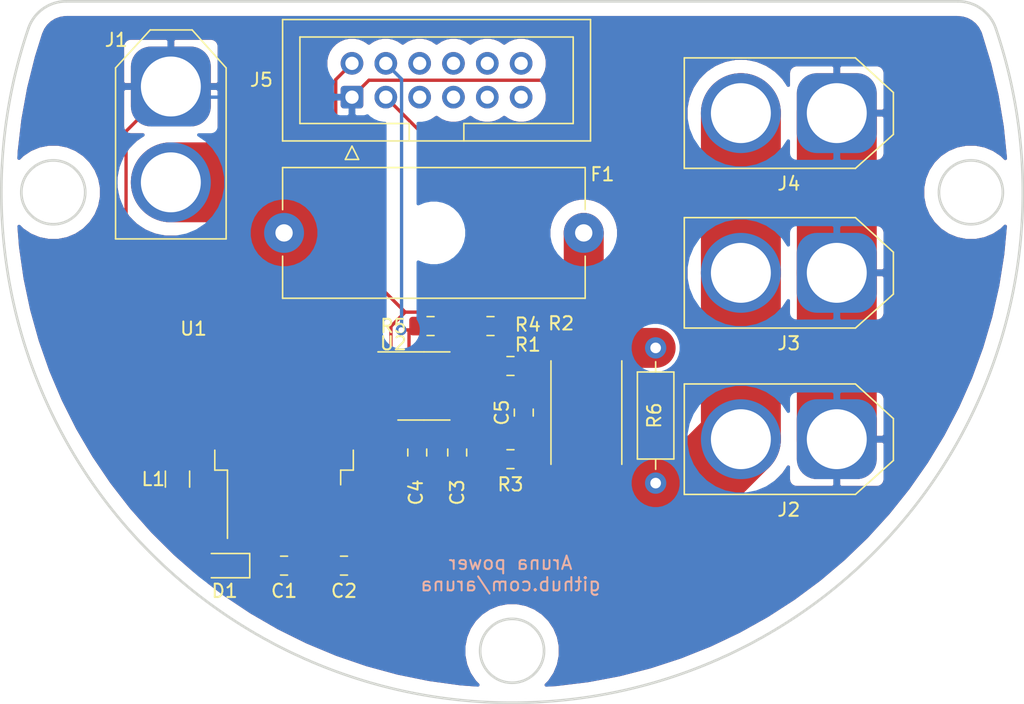
<source format=kicad_pcb>
(kicad_pcb (version 20171130) (host pcbnew 5.1.6-1.fc32)

  (general
    (thickness 1.6)
    (drawings 8)
    (tracks 125)
    (zones 0)
    (modules 21)
    (nets 19)
  )

  (page A4)
  (layers
    (0 F.Cu signal hide)
    (31 B.Cu signal hide)
    (32 B.Adhes user)
    (33 F.Adhes user hide)
    (34 B.Paste user)
    (35 F.Paste user hide)
    (36 B.SilkS user)
    (37 F.SilkS user hide)
    (38 B.Mask user)
    (39 F.Mask user hide)
    (40 Dwgs.User user hide)
    (41 Cmts.User user hide)
    (42 Eco1.User user)
    (43 Eco2.User user)
    (44 Edge.Cuts user)
    (45 Margin user hide)
    (46 B.CrtYd user hide)
    (47 F.CrtYd user hide)
    (48 B.Fab user)
    (49 F.Fab user hide)
  )

  (setup
    (last_trace_width 0.25)
    (user_trace_width 3)
    (user_trace_width 6)
    (trace_clearance 0.2)
    (zone_clearance 1)
    (zone_45_only no)
    (trace_min 0.2)
    (via_size 0.8)
    (via_drill 0.4)
    (via_min_size 0.4)
    (via_min_drill 0.3)
    (uvia_size 0.3)
    (uvia_drill 0.1)
    (uvias_allowed no)
    (uvia_min_size 0.2)
    (uvia_min_drill 0.1)
    (edge_width 0.05)
    (segment_width 0.2)
    (pcb_text_width 0.3)
    (pcb_text_size 1.5 1.5)
    (mod_edge_width 0.12)
    (mod_text_size 1 1)
    (mod_text_width 0.15)
    (pad_size 1.524 1.524)
    (pad_drill 0.762)
    (pad_to_mask_clearance 0.05)
    (aux_axis_origin 0 0)
    (visible_elements FFFFFF7F)
    (pcbplotparams
      (layerselection 0x010fc_ffffffff)
      (usegerberextensions false)
      (usegerberattributes true)
      (usegerberadvancedattributes true)
      (creategerberjobfile true)
      (excludeedgelayer true)
      (linewidth 0.100000)
      (plotframeref false)
      (viasonmask false)
      (mode 1)
      (useauxorigin false)
      (hpglpennumber 1)
      (hpglpenspeed 20)
      (hpglpendiameter 15.000000)
      (psnegative false)
      (psa4output false)
      (plotreference true)
      (plotvalue true)
      (plotinvisibletext false)
      (padsonsilk false)
      (subtractmaskfromsilk false)
      (outputformat 1)
      (mirror false)
      (drillshape 1)
      (scaleselection 1)
      (outputdirectory ""))
  )

  (net 0 "")
  (net 1 GND)
  (net 2 +3V3)
  (net 3 +12V)
  (net 4 "Net-(D1-Pad1)")
  (net 5 RS485-B)
  (net 6 SPI-SCLK)
  (net 7 I2C-SCL)
  (net 8 RS485-A)
  (net 9 SPI-MISO)
  (net 10 SPI-MOSI)
  (net 11 I2C-SDA)
  (net 12 SPI-SS1)
  (net 13 SPI-SS0)
  (net 14 SPI-SS2)
  (net 15 "Net-(C5-Pad2)")
  (net 16 "Net-(F1-Pad2)")
  (net 17 "Net-(R1-Pad1)")
  (net 18 "Net-(R3-Pad1)")

  (net_class Default "This is the default net class."
    (clearance 0.2)
    (trace_width 0.25)
    (via_dia 0.8)
    (via_drill 0.4)
    (uvia_dia 0.3)
    (uvia_drill 0.1)
    (add_net +12V)
    (add_net +3V3)
    (add_net GND)
    (add_net I2C-SCL)
    (add_net I2C-SDA)
    (add_net "Net-(C5-Pad2)")
    (add_net "Net-(D1-Pad1)")
    (add_net "Net-(F1-Pad2)")
    (add_net "Net-(R1-Pad1)")
    (add_net "Net-(R3-Pad1)")
    (add_net RS485-A)
    (add_net RS485-B)
    (add_net SPI-MISO)
    (add_net SPI-MOSI)
    (add_net SPI-SCLK)
    (add_net SPI-SS0)
    (add_net SPI-SS1)
    (add_net SPI-SS2)
  )

  (module Capacitor_SMD:C_0805_2012Metric_Pad1.15x1.40mm_HandSolder (layer F.Cu) (tedit 5B36C52B) (tstamp 5EEA3AA7)
    (at 136 122.5)
    (descr "Capacitor SMD 0805 (2012 Metric), square (rectangular) end terminal, IPC_7351 nominal with elongated pad for handsoldering. (Body size source: https://docs.google.com/spreadsheets/d/1BsfQQcO9C6DZCsRaXUlFlo91Tg2WpOkGARC1WS5S8t0/edit?usp=sharing), generated with kicad-footprint-generator")
    (tags "capacitor handsolder")
    (path /5EEDDF1E)
    (attr smd)
    (fp_text reference C1 (at 0 1.9) (layer F.SilkS)
      (effects (font (size 1 1) (thickness 0.15)))
    )
    (fp_text value C680uF (at 0 1.65) (layer F.Fab)
      (effects (font (size 1 1) (thickness 0.15)))
    )
    (fp_line (start -1 0.6) (end -1 -0.6) (layer F.Fab) (width 0.1))
    (fp_line (start -1 -0.6) (end 1 -0.6) (layer F.Fab) (width 0.1))
    (fp_line (start 1 -0.6) (end 1 0.6) (layer F.Fab) (width 0.1))
    (fp_line (start 1 0.6) (end -1 0.6) (layer F.Fab) (width 0.1))
    (fp_line (start -0.261252 -0.71) (end 0.261252 -0.71) (layer F.SilkS) (width 0.12))
    (fp_line (start -0.261252 0.71) (end 0.261252 0.71) (layer F.SilkS) (width 0.12))
    (fp_line (start -1.85 0.95) (end -1.85 -0.95) (layer F.CrtYd) (width 0.05))
    (fp_line (start -1.85 -0.95) (end 1.85 -0.95) (layer F.CrtYd) (width 0.05))
    (fp_line (start 1.85 -0.95) (end 1.85 0.95) (layer F.CrtYd) (width 0.05))
    (fp_line (start 1.85 0.95) (end -1.85 0.95) (layer F.CrtYd) (width 0.05))
    (fp_text user %R (at 0 0) (layer F.Fab)
      (effects (font (size 0.5 0.5) (thickness 0.08)))
    )
    (pad 2 smd roundrect (at 1.025 0) (size 1.15 1.4) (layers F.Cu F.Paste F.Mask) (roundrect_rratio 0.217391)
      (net 1 GND))
    (pad 1 smd roundrect (at -1.025 0) (size 1.15 1.4) (layers F.Cu F.Paste F.Mask) (roundrect_rratio 0.217391)
      (net 3 +12V))
    (model ${KISYS3DMOD}/Capacitor_SMD.3dshapes/C_0805_2012Metric.wrl
      (at (xyz 0 0 0))
      (scale (xyz 1 1 1))
      (rotate (xyz 0 0 0))
    )
  )

  (module Capacitor_SMD:C_0805_2012Metric_Pad1.15x1.40mm_HandSolder (layer F.Cu) (tedit 5B36C52B) (tstamp 5EEA3AB8)
    (at 140.5 122.5 180)
    (descr "Capacitor SMD 0805 (2012 Metric), square (rectangular) end terminal, IPC_7351 nominal with elongated pad for handsoldering. (Body size source: https://docs.google.com/spreadsheets/d/1BsfQQcO9C6DZCsRaXUlFlo91Tg2WpOkGARC1WS5S8t0/edit?usp=sharing), generated with kicad-footprint-generator")
    (tags "capacitor handsolder")
    (path /5EEDDF18)
    (attr smd)
    (fp_text reference C2 (at 0 -1.9) (layer F.SilkS)
      (effects (font (size 1 1) (thickness 0.15)))
    )
    (fp_text value C220uF (at 0 1.65) (layer F.Fab)
      (effects (font (size 1 1) (thickness 0.15)))
    )
    (fp_line (start 1.85 0.95) (end -1.85 0.95) (layer F.CrtYd) (width 0.05))
    (fp_line (start 1.85 -0.95) (end 1.85 0.95) (layer F.CrtYd) (width 0.05))
    (fp_line (start -1.85 -0.95) (end 1.85 -0.95) (layer F.CrtYd) (width 0.05))
    (fp_line (start -1.85 0.95) (end -1.85 -0.95) (layer F.CrtYd) (width 0.05))
    (fp_line (start -0.261252 0.71) (end 0.261252 0.71) (layer F.SilkS) (width 0.12))
    (fp_line (start -0.261252 -0.71) (end 0.261252 -0.71) (layer F.SilkS) (width 0.12))
    (fp_line (start 1 0.6) (end -1 0.6) (layer F.Fab) (width 0.1))
    (fp_line (start 1 -0.6) (end 1 0.6) (layer F.Fab) (width 0.1))
    (fp_line (start -1 -0.6) (end 1 -0.6) (layer F.Fab) (width 0.1))
    (fp_line (start -1 0.6) (end -1 -0.6) (layer F.Fab) (width 0.1))
    (fp_text user %R (at 0 0) (layer F.Fab)
      (effects (font (size 0.5 0.5) (thickness 0.08)))
    )
    (pad 1 smd roundrect (at -1.025 0 180) (size 1.15 1.4) (layers F.Cu F.Paste F.Mask) (roundrect_rratio 0.217391)
      (net 2 +3V3))
    (pad 2 smd roundrect (at 1.025 0 180) (size 1.15 1.4) (layers F.Cu F.Paste F.Mask) (roundrect_rratio 0.217391)
      (net 1 GND))
    (model ${KISYS3DMOD}/Capacitor_SMD.3dshapes/C_0805_2012Metric.wrl
      (at (xyz 0 0 0))
      (scale (xyz 1 1 1))
      (rotate (xyz 0 0 0))
    )
  )

  (module Diode_SMD:D_0805_2012Metric_Castellated (layer F.Cu) (tedit 5B36C52B) (tstamp 5EEA3ACB)
    (at 131.538 122.5 180)
    (descr "Diode SMD 0805 (2012 Metric), castellated end terminal, IPC_7351 nominal, (Body size source: https://docs.google.com/spreadsheets/d/1BsfQQcO9C6DZCsRaXUlFlo91Tg2WpOkGARC1WS5S8t0/edit?usp=sharing), generated with kicad-footprint-generator")
    (tags "diode castellated")
    (path /5EEDDF32)
    (attr smd)
    (fp_text reference D1 (at 0 -1.9) (layer F.SilkS)
      (effects (font (size 1 1) (thickness 0.15)))
    )
    (fp_text value D (at 0 1.6) (layer F.Fab)
      (effects (font (size 1 1) (thickness 0.15)))
    )
    (fp_line (start 1.88 0.9) (end -1.88 0.9) (layer F.CrtYd) (width 0.05))
    (fp_line (start 1.88 -0.9) (end 1.88 0.9) (layer F.CrtYd) (width 0.05))
    (fp_line (start -1.88 -0.9) (end 1.88 -0.9) (layer F.CrtYd) (width 0.05))
    (fp_line (start -1.88 0.9) (end -1.88 -0.9) (layer F.CrtYd) (width 0.05))
    (fp_line (start -1.885 0.91) (end 1 0.91) (layer F.SilkS) (width 0.12))
    (fp_line (start -1.885 -0.91) (end -1.885 0.91) (layer F.SilkS) (width 0.12))
    (fp_line (start 1 -0.91) (end -1.885 -0.91) (layer F.SilkS) (width 0.12))
    (fp_line (start 1 0.6) (end 1 -0.6) (layer F.Fab) (width 0.1))
    (fp_line (start -1 0.6) (end 1 0.6) (layer F.Fab) (width 0.1))
    (fp_line (start -1 -0.3) (end -1 0.6) (layer F.Fab) (width 0.1))
    (fp_line (start -0.7 -0.6) (end -1 -0.3) (layer F.Fab) (width 0.1))
    (fp_line (start 1 -0.6) (end -0.7 -0.6) (layer F.Fab) (width 0.1))
    (fp_text user %R (at 0 0) (layer F.Fab)
      (effects (font (size 0.5 0.5) (thickness 0.08)))
    )
    (pad 1 smd roundrect (at -0.9625 0 180) (size 1.325 1.3) (layers F.Cu F.Paste F.Mask) (roundrect_rratio 0.192308)
      (net 4 "Net-(D1-Pad1)"))
    (pad 2 smd roundrect (at 0.9625 0 180) (size 1.325 1.3) (layers F.Cu F.Paste F.Mask) (roundrect_rratio 0.192308)
      (net 1 GND))
    (model ${KISYS3DMOD}/Diode_SMD.3dshapes/D_0805_2012Metric_Castellated.wrl
      (at (xyz 0 0 0))
      (scale (xyz 1 1 1))
      (rotate (xyz 0 0 0))
    )
  )

  (module Connector_AMASS:AMASS_XT60-M_1x02_P7.20mm_Vertical (layer F.Cu) (tedit 5D6C1D36) (tstamp 5EEA3AE4)
    (at 127.5 86.5 270)
    (descr "AMASS female XT60, through hole, vertical, https://www.tme.eu/Document/2d152ced3b7a446066e6c419d84bb460/XT60%20SPEC.pdf")
    (tags "XT60 female vertical")
    (path /5EEDDF5E)
    (fp_text reference J1 (at -3.5 4.1) (layer F.SilkS)
      (effects (font (size 1 1) (thickness 0.15)))
    )
    (fp_text value Conn_01x02 (at 3.6 5.4 90) (layer F.Fab)
      (effects (font (size 1 1) (thickness 0.15)))
    )
    (fp_line (start 11.45 -4.15) (end -1.4 -4.15) (layer F.SilkS) (width 0.12))
    (fp_line (start -4.25 -1.6) (end -4.25 1.55) (layer F.SilkS) (width 0.12))
    (fp_line (start -1.4 4.15) (end 11.45 4.15) (layer F.SilkS) (width 0.12))
    (fp_line (start 11.45 4.15) (end 11.45 -4.15) (layer F.SilkS) (width 0.12))
    (fp_line (start -1.4 -4.15) (end -4.25 -1.6) (layer F.SilkS) (width 0.12))
    (fp_line (start -4.25 1.55) (end -1.4 4.15) (layer F.SilkS) (width 0.12))
    (fp_line (start 11.35 -4.05) (end -1.4 -4.05) (layer F.Fab) (width 0.12))
    (fp_line (start -1.4 -4.05) (end -4.15 -1.55) (layer F.Fab) (width 0.12))
    (fp_line (start -4.15 -1.55) (end -4.15 1.55) (layer F.Fab) (width 0.12))
    (fp_line (start -4.15 1.55) (end -1.4 4.05) (layer F.Fab) (width 0.12))
    (fp_line (start -1.4 4.05) (end 11.35 4.05) (layer F.Fab) (width 0.12))
    (fp_line (start 11.35 4.05) (end 11.35 -4.05) (layer F.Fab) (width 0.12))
    (fp_line (start 11.85 -4.6) (end 11.85 4.6) (layer F.CrtYd) (width 0.05))
    (fp_line (start 11.85 4.6) (end -1.6 4.6) (layer F.CrtYd) (width 0.05))
    (fp_line (start -1.6 4.6) (end -4.65 1.85) (layer F.CrtYd) (width 0.05))
    (fp_line (start -4.65 1.85) (end -4.65 -1.85) (layer F.CrtYd) (width 0.05))
    (fp_line (start -4.65 -1.85) (end -1.6 -4.6) (layer F.CrtYd) (width 0.05))
    (fp_line (start -1.6 -4.6) (end 11.85 -4.6) (layer F.CrtYd) (width 0.05))
    (fp_text user %R (at 3.6 0.05 90) (layer F.Fab)
      (effects (font (size 1 1) (thickness 0.15)))
    )
    (pad 2 thru_hole circle (at 7.2 0 270) (size 6 6) (drill 4.5) (layers *.Cu *.Mask)
      (net 16 "Net-(F1-Pad2)"))
    (pad 1 thru_hole roundrect (at 0 0 270) (size 6 6) (drill 4.5) (layers *.Cu *.Mask) (roundrect_rratio 0.25)
      (net 1 GND))
    (model ${KISYS3DMOD}/Connector_AMASS.3dshapes/AMASS_XT60-M_1x02_P7.2mm_Vertical.wrl
      (at (xyz 0 0 0))
      (scale (xyz 1 1 1))
      (rotate (xyz 0 0 0))
    )
  )

  (module Connector_AMASS:AMASS_XT60-F_1x02_P7.20mm_Vertical (layer F.Cu) (tedit 5D6C1D2C) (tstamp 5EEA3AFD)
    (at 177.5 113 180)
    (descr "AMASS female XT60, through hole, vertical, https://www.tme.eu/Document/2d152ced3b7a446066e6c419d84bb460/XT60%20SPEC.pdf")
    (tags "XT60 female vertical")
    (path /5EEFF2E3)
    (fp_text reference J2 (at 3.6 -5.3 180) (layer F.SilkS)
      (effects (font (size 1 1) (thickness 0.15)))
    )
    (fp_text value Conn_01x02 (at 3.6 5.4) (layer F.Fab)
      (effects (font (size 1 1) (thickness 0.15)))
    )
    (fp_line (start -1.6 -4.6) (end 11.85 -4.6) (layer F.CrtYd) (width 0.05))
    (fp_line (start -4.65 -1.85) (end -1.6 -4.6) (layer F.CrtYd) (width 0.05))
    (fp_line (start -4.65 1.85) (end -4.65 -1.85) (layer F.CrtYd) (width 0.05))
    (fp_line (start -1.6 4.6) (end -4.65 1.85) (layer F.CrtYd) (width 0.05))
    (fp_line (start 11.85 4.6) (end -1.6 4.6) (layer F.CrtYd) (width 0.05))
    (fp_line (start 11.85 -4.6) (end 11.85 4.6) (layer F.CrtYd) (width 0.05))
    (fp_line (start 11.35 4.05) (end 11.35 -4.05) (layer F.Fab) (width 0.12))
    (fp_line (start -1.4 4.05) (end 11.35 4.05) (layer F.Fab) (width 0.12))
    (fp_line (start -4.15 1.55) (end -1.4 4.05) (layer F.Fab) (width 0.12))
    (fp_line (start -4.15 -1.55) (end -4.15 1.55) (layer F.Fab) (width 0.12))
    (fp_line (start -1.4 -4.05) (end -4.15 -1.55) (layer F.Fab) (width 0.12))
    (fp_line (start 11.35 -4.05) (end -1.4 -4.05) (layer F.Fab) (width 0.12))
    (fp_line (start -4.25 1.55) (end -1.4 4.15) (layer F.SilkS) (width 0.12))
    (fp_line (start -1.4 -4.15) (end -4.25 -1.6) (layer F.SilkS) (width 0.12))
    (fp_line (start 11.45 4.15) (end 11.45 -4.15) (layer F.SilkS) (width 0.12))
    (fp_line (start -1.4 4.15) (end 11.45 4.15) (layer F.SilkS) (width 0.12))
    (fp_line (start -4.25 -1.6) (end -4.25 1.55) (layer F.SilkS) (width 0.12))
    (fp_line (start 11.45 -4.15) (end -1.4 -4.15) (layer F.SilkS) (width 0.12))
    (fp_text user %R (at 3.6 0.05) (layer F.Fab)
      (effects (font (size 1 1) (thickness 0.15)))
    )
    (pad 2 thru_hole circle (at 7.2 0 180) (size 6 6) (drill 4.5) (layers *.Cu *.Mask)
      (net 3 +12V))
    (pad 1 thru_hole roundrect (at 0 0 180) (size 6 6) (drill 4.5) (layers *.Cu *.Mask) (roundrect_rratio 0.25)
      (net 1 GND))
    (model ${KISYS3DMOD}/Connector_AMASS.3dshapes/AMASS_XT60-F_1x02_P7.2mm_Vertical.wrl
      (at (xyz 0 0 0))
      (scale (xyz 1 1 1))
      (rotate (xyz 0 0 0))
    )
  )

  (module Connector_AMASS:AMASS_XT60-F_1x02_P7.20mm_Vertical (layer F.Cu) (tedit 5D6C1D2C) (tstamp 5EEA3B16)
    (at 177.5 100.5 180)
    (descr "AMASS female XT60, through hole, vertical, https://www.tme.eu/Document/2d152ced3b7a446066e6c419d84bb460/XT60%20SPEC.pdf")
    (tags "XT60 female vertical")
    (path /5EEFF2E9)
    (fp_text reference J3 (at 3.6 -5.3 180) (layer F.SilkS)
      (effects (font (size 1 1) (thickness 0.15)))
    )
    (fp_text value Conn_01x02 (at 3.6 5.4) (layer F.Fab)
      (effects (font (size 1 1) (thickness 0.15)))
    )
    (fp_line (start 11.45 -4.15) (end -1.4 -4.15) (layer F.SilkS) (width 0.12))
    (fp_line (start -4.25 -1.6) (end -4.25 1.55) (layer F.SilkS) (width 0.12))
    (fp_line (start -1.4 4.15) (end 11.45 4.15) (layer F.SilkS) (width 0.12))
    (fp_line (start 11.45 4.15) (end 11.45 -4.15) (layer F.SilkS) (width 0.12))
    (fp_line (start -1.4 -4.15) (end -4.25 -1.6) (layer F.SilkS) (width 0.12))
    (fp_line (start -4.25 1.55) (end -1.4 4.15) (layer F.SilkS) (width 0.12))
    (fp_line (start 11.35 -4.05) (end -1.4 -4.05) (layer F.Fab) (width 0.12))
    (fp_line (start -1.4 -4.05) (end -4.15 -1.55) (layer F.Fab) (width 0.12))
    (fp_line (start -4.15 -1.55) (end -4.15 1.55) (layer F.Fab) (width 0.12))
    (fp_line (start -4.15 1.55) (end -1.4 4.05) (layer F.Fab) (width 0.12))
    (fp_line (start -1.4 4.05) (end 11.35 4.05) (layer F.Fab) (width 0.12))
    (fp_line (start 11.35 4.05) (end 11.35 -4.05) (layer F.Fab) (width 0.12))
    (fp_line (start 11.85 -4.6) (end 11.85 4.6) (layer F.CrtYd) (width 0.05))
    (fp_line (start 11.85 4.6) (end -1.6 4.6) (layer F.CrtYd) (width 0.05))
    (fp_line (start -1.6 4.6) (end -4.65 1.85) (layer F.CrtYd) (width 0.05))
    (fp_line (start -4.65 1.85) (end -4.65 -1.85) (layer F.CrtYd) (width 0.05))
    (fp_line (start -4.65 -1.85) (end -1.6 -4.6) (layer F.CrtYd) (width 0.05))
    (fp_line (start -1.6 -4.6) (end 11.85 -4.6) (layer F.CrtYd) (width 0.05))
    (fp_text user %R (at 3.6 0.05) (layer F.Fab)
      (effects (font (size 1 1) (thickness 0.15)))
    )
    (pad 1 thru_hole roundrect (at 0 0 180) (size 6 6) (drill 4.5) (layers *.Cu *.Mask) (roundrect_rratio 0.25)
      (net 1 GND))
    (pad 2 thru_hole circle (at 7.2 0 180) (size 6 6) (drill 4.5) (layers *.Cu *.Mask)
      (net 3 +12V))
    (model ${KISYS3DMOD}/Connector_AMASS.3dshapes/AMASS_XT60-F_1x02_P7.2mm_Vertical.wrl
      (at (xyz 0 0 0))
      (scale (xyz 1 1 1))
      (rotate (xyz 0 0 0))
    )
  )

  (module Connector_AMASS:AMASS_XT60-F_1x02_P7.20mm_Vertical (layer F.Cu) (tedit 5D6C1D2C) (tstamp 5EEA3B2F)
    (at 177.5 88.5 180)
    (descr "AMASS female XT60, through hole, vertical, https://www.tme.eu/Document/2d152ced3b7a446066e6c419d84bb460/XT60%20SPEC.pdf")
    (tags "XT60 female vertical")
    (path /5EEFF2EF)
    (fp_text reference J4 (at 3.6 -5.3 180) (layer F.SilkS)
      (effects (font (size 1 1) (thickness 0.15)))
    )
    (fp_text value Conn_01x02 (at 3.6 5.4) (layer F.Fab)
      (effects (font (size 1 1) (thickness 0.15)))
    )
    (fp_line (start -1.6 -4.6) (end 11.85 -4.6) (layer F.CrtYd) (width 0.05))
    (fp_line (start -4.65 -1.85) (end -1.6 -4.6) (layer F.CrtYd) (width 0.05))
    (fp_line (start -4.65 1.85) (end -4.65 -1.85) (layer F.CrtYd) (width 0.05))
    (fp_line (start -1.6 4.6) (end -4.65 1.85) (layer F.CrtYd) (width 0.05))
    (fp_line (start 11.85 4.6) (end -1.6 4.6) (layer F.CrtYd) (width 0.05))
    (fp_line (start 11.85 -4.6) (end 11.85 4.6) (layer F.CrtYd) (width 0.05))
    (fp_line (start 11.35 4.05) (end 11.35 -4.05) (layer F.Fab) (width 0.12))
    (fp_line (start -1.4 4.05) (end 11.35 4.05) (layer F.Fab) (width 0.12))
    (fp_line (start -4.15 1.55) (end -1.4 4.05) (layer F.Fab) (width 0.12))
    (fp_line (start -4.15 -1.55) (end -4.15 1.55) (layer F.Fab) (width 0.12))
    (fp_line (start -1.4 -4.05) (end -4.15 -1.55) (layer F.Fab) (width 0.12))
    (fp_line (start 11.35 -4.05) (end -1.4 -4.05) (layer F.Fab) (width 0.12))
    (fp_line (start -4.25 1.55) (end -1.4 4.15) (layer F.SilkS) (width 0.12))
    (fp_line (start -1.4 -4.15) (end -4.25 -1.6) (layer F.SilkS) (width 0.12))
    (fp_line (start 11.45 4.15) (end 11.45 -4.15) (layer F.SilkS) (width 0.12))
    (fp_line (start -1.4 4.15) (end 11.45 4.15) (layer F.SilkS) (width 0.12))
    (fp_line (start -4.25 -1.6) (end -4.25 1.55) (layer F.SilkS) (width 0.12))
    (fp_line (start 11.45 -4.15) (end -1.4 -4.15) (layer F.SilkS) (width 0.12))
    (fp_text user %R (at 3.6 0.05) (layer F.Fab)
      (effects (font (size 1 1) (thickness 0.15)))
    )
    (pad 2 thru_hole circle (at 7.2 0 180) (size 6 6) (drill 4.5) (layers *.Cu *.Mask)
      (net 3 +12V))
    (pad 1 thru_hole roundrect (at 0 0 180) (size 6 6) (drill 4.5) (layers *.Cu *.Mask) (roundrect_rratio 0.25)
      (net 1 GND))
    (model ${KISYS3DMOD}/Connector_AMASS.3dshapes/AMASS_XT60-F_1x02_P7.2mm_Vertical.wrl
      (at (xyz 0 0 0))
      (scale (xyz 1 1 1))
      (rotate (xyz 0 0 0))
    )
  )

  (module Inductor_SMD:L_1206_3216Metric_Pad1.42x1.75mm_HandSolder (layer F.Cu) (tedit 5B301BBE) (tstamp 5EEA3B40)
    (at 128 116 90)
    (descr "Capacitor SMD 1206 (3216 Metric), square (rectangular) end terminal, IPC_7351 nominal with elongated pad for handsoldering. (Body size source: http://www.tortai-tech.com/upload/download/2011102023233369053.pdf), generated with kicad-footprint-generator")
    (tags "inductor handsolder")
    (path /5EEDDF38)
    (attr smd)
    (fp_text reference L1 (at 0 -1.82 180) (layer F.SilkS)
      (effects (font (size 1 1) (thickness 0.15)))
    )
    (fp_text value L33uH (at 0 1.82 90) (layer F.Fab)
      (effects (font (size 1 1) (thickness 0.15)))
    )
    (fp_line (start 2.45 1.12) (end -2.45 1.12) (layer F.CrtYd) (width 0.05))
    (fp_line (start 2.45 -1.12) (end 2.45 1.12) (layer F.CrtYd) (width 0.05))
    (fp_line (start -2.45 -1.12) (end 2.45 -1.12) (layer F.CrtYd) (width 0.05))
    (fp_line (start -2.45 1.12) (end -2.45 -1.12) (layer F.CrtYd) (width 0.05))
    (fp_line (start -0.602064 0.91) (end 0.602064 0.91) (layer F.SilkS) (width 0.12))
    (fp_line (start -0.602064 -0.91) (end 0.602064 -0.91) (layer F.SilkS) (width 0.12))
    (fp_line (start 1.6 0.8) (end -1.6 0.8) (layer F.Fab) (width 0.1))
    (fp_line (start 1.6 -0.8) (end 1.6 0.8) (layer F.Fab) (width 0.1))
    (fp_line (start -1.6 -0.8) (end 1.6 -0.8) (layer F.Fab) (width 0.1))
    (fp_line (start -1.6 0.8) (end -1.6 -0.8) (layer F.Fab) (width 0.1))
    (fp_text user %R (at 0 0 90) (layer F.Fab)
      (effects (font (size 0.8 0.8) (thickness 0.12)))
    )
    (pad 1 smd roundrect (at -1.4875 0 90) (size 1.425 1.75) (layers F.Cu F.Paste F.Mask) (roundrect_rratio 0.175439)
      (net 4 "Net-(D1-Pad1)"))
    (pad 2 smd roundrect (at 1.4875 0 90) (size 1.425 1.75) (layers F.Cu F.Paste F.Mask) (roundrect_rratio 0.175439)
      (net 2 +3V3))
    (model ${KISYS3DMOD}/Inductor_SMD.3dshapes/L_1206_3216Metric.wrl
      (at (xyz 0 0 0))
      (scale (xyz 1 1 1))
      (rotate (xyz 0 0 0))
    )
  )

  (module Package_TO_SOT_SMD:TO-263-5_TabPin3 (layer F.Cu) (tedit 5A70FBB6) (tstamp 5EEA3B86)
    (at 136 112.375 90)
    (descr "TO-263 / D2PAK / DDPAK SMD package, http://www.infineon.com/cms/en/product/packages/PG-TO263/PG-TO263-5-1/")
    (tags "D2PAK DDPAK TO-263 D2PAK-5 TO-263-5 SOT-426")
    (path /5EEDDF06)
    (attr smd)
    (fp_text reference U1 (at 7.675 -6.8 180) (layer F.SilkS)
      (effects (font (size 1 1) (thickness 0.15)))
    )
    (fp_text value LM2595S-3.3 (at 0 6.65 90) (layer F.Fab)
      (effects (font (size 1 1) (thickness 0.15)))
    )
    (fp_line (start 8.32 -5.65) (end -8.32 -5.65) (layer F.CrtYd) (width 0.05))
    (fp_line (start 8.32 5.65) (end 8.32 -5.65) (layer F.CrtYd) (width 0.05))
    (fp_line (start -8.32 5.65) (end 8.32 5.65) (layer F.CrtYd) (width 0.05))
    (fp_line (start -8.32 -5.65) (end -8.32 5.65) (layer F.CrtYd) (width 0.05))
    (fp_line (start -2.95 4.25) (end -4.05 4.25) (layer F.SilkS) (width 0.12))
    (fp_line (start -2.95 5.2) (end -2.95 4.25) (layer F.SilkS) (width 0.12))
    (fp_line (start -1.45 5.2) (end -2.95 5.2) (layer F.SilkS) (width 0.12))
    (fp_line (start -2.95 -4.25) (end -8.075 -4.25) (layer F.SilkS) (width 0.12))
    (fp_line (start -2.95 -5.2) (end -2.95 -4.25) (layer F.SilkS) (width 0.12))
    (fp_line (start -1.45 -5.2) (end -2.95 -5.2) (layer F.SilkS) (width 0.12))
    (fp_line (start -7.45 3.8) (end -2.75 3.8) (layer F.Fab) (width 0.1))
    (fp_line (start -7.45 3) (end -7.45 3.8) (layer F.Fab) (width 0.1))
    (fp_line (start -2.75 3) (end -7.45 3) (layer F.Fab) (width 0.1))
    (fp_line (start -7.45 2.1) (end -2.75 2.1) (layer F.Fab) (width 0.1))
    (fp_line (start -7.45 1.3) (end -7.45 2.1) (layer F.Fab) (width 0.1))
    (fp_line (start -2.75 1.3) (end -7.45 1.3) (layer F.Fab) (width 0.1))
    (fp_line (start -7.45 0.4) (end -2.75 0.4) (layer F.Fab) (width 0.1))
    (fp_line (start -7.45 -0.4) (end -7.45 0.4) (layer F.Fab) (width 0.1))
    (fp_line (start -2.75 -0.4) (end -7.45 -0.4) (layer F.Fab) (width 0.1))
    (fp_line (start -7.45 -1.3) (end -2.75 -1.3) (layer F.Fab) (width 0.1))
    (fp_line (start -7.45 -2.1) (end -7.45 -1.3) (layer F.Fab) (width 0.1))
    (fp_line (start -2.75 -2.1) (end -7.45 -2.1) (layer F.Fab) (width 0.1))
    (fp_line (start -7.45 -3) (end -2.75 -3) (layer F.Fab) (width 0.1))
    (fp_line (start -7.45 -3.8) (end -7.45 -3) (layer F.Fab) (width 0.1))
    (fp_line (start -2.75 -3.8) (end -7.45 -3.8) (layer F.Fab) (width 0.1))
    (fp_line (start -1.75 -5) (end 6.5 -5) (layer F.Fab) (width 0.1))
    (fp_line (start -2.75 -4) (end -1.75 -5) (layer F.Fab) (width 0.1))
    (fp_line (start -2.75 5) (end -2.75 -4) (layer F.Fab) (width 0.1))
    (fp_line (start 6.5 5) (end -2.75 5) (layer F.Fab) (width 0.1))
    (fp_line (start 6.5 -5) (end 6.5 5) (layer F.Fab) (width 0.1))
    (fp_line (start 7.5 5) (end 6.5 5) (layer F.Fab) (width 0.1))
    (fp_line (start 7.5 -5) (end 7.5 5) (layer F.Fab) (width 0.1))
    (fp_line (start 6.5 -5) (end 7.5 -5) (layer F.Fab) (width 0.1))
    (fp_text user %R (at 0 0 90) (layer F.Fab)
      (effects (font (size 1 1) (thickness 0.15)))
    )
    (pad 1 smd rect (at -5.775 -3.4 90) (size 4.6 1.1) (layers F.Cu F.Paste F.Mask)
      (net 4 "Net-(D1-Pad1)"))
    (pad 2 smd rect (at -5.775 -1.7 90) (size 4.6 1.1) (layers F.Cu F.Paste F.Mask)
      (net 3 +12V))
    (pad 3 smd rect (at -5.775 0 90) (size 4.6 1.1) (layers F.Cu F.Paste F.Mask)
      (net 1 GND))
    (pad 4 smd rect (at -5.775 1.7 90) (size 4.6 1.1) (layers F.Cu F.Paste F.Mask)
      (net 2 +3V3))
    (pad 5 smd rect (at -5.775 3.4 90) (size 4.6 1.1) (layers F.Cu F.Paste F.Mask)
      (net 1 GND))
    (pad 3 smd rect (at 3.375 0 90) (size 9.4 10.8) (layers F.Cu F.Mask)
      (net 1 GND))
    (pad "" smd rect (at 5.8 2.775 90) (size 4.55 5.25) (layers F.Paste))
    (pad "" smd rect (at 0.95 -2.775 90) (size 4.55 5.25) (layers F.Paste))
    (pad "" smd rect (at 5.8 -2.775 90) (size 4.55 5.25) (layers F.Paste))
    (pad "" smd rect (at 0.95 2.775 90) (size 4.55 5.25) (layers F.Paste))
    (model ${KISYS3DMOD}/Package_TO_SOT_SMD.3dshapes/TO-263-5_TabPin3.wrl
      (at (xyz 0 0 0))
      (scale (xyz 1 1 1))
      (rotate (xyz 0 0 0))
    )
  )

  (module Connector_IDC:IDC-Header_2x06_P2.54mm_Vertical (layer F.Cu) (tedit 5EAC9A07) (tstamp 5EEA43AC)
    (at 141.1 87.3 90)
    (descr "Through hole IDC box header, 2x06, 2.54mm pitch, DIN 41651 / IEC 60603-13, double rows, https://docs.google.com/spreadsheets/d/16SsEcesNF15N3Lb4niX7dcUr-NY5_MFPQhobNuNppn4/edit#gid=0")
    (tags "Through hole vertical IDC box header THT 2x06 2.54mm double row")
    (path /5EEA6CC9)
    (fp_text reference J5 (at 1.3 -6.8 180) (layer F.SilkS)
      (effects (font (size 1 1) (thickness 0.15)))
    )
    (fp_text value Conn_02x06_Odd_Even (at 1.27 18.8 90) (layer F.Fab)
      (effects (font (size 1 1) (thickness 0.15)))
    )
    (fp_line (start 6.22 -5.6) (end -3.68 -5.6) (layer F.CrtYd) (width 0.05))
    (fp_line (start 6.22 18.3) (end 6.22 -5.6) (layer F.CrtYd) (width 0.05))
    (fp_line (start -3.68 18.3) (end 6.22 18.3) (layer F.CrtYd) (width 0.05))
    (fp_line (start -3.68 -5.6) (end -3.68 18.3) (layer F.CrtYd) (width 0.05))
    (fp_line (start -4.68 0.5) (end -3.68 0) (layer F.SilkS) (width 0.12))
    (fp_line (start -4.68 -0.5) (end -4.68 0.5) (layer F.SilkS) (width 0.12))
    (fp_line (start -3.68 0) (end -4.68 -0.5) (layer F.SilkS) (width 0.12))
    (fp_line (start -1.98 8.4) (end -3.29 8.4) (layer F.SilkS) (width 0.12))
    (fp_line (start -1.98 8.4) (end -1.98 8.4) (layer F.SilkS) (width 0.12))
    (fp_line (start -1.98 16.61) (end -1.98 8.4) (layer F.SilkS) (width 0.12))
    (fp_line (start 4.52 16.61) (end -1.98 16.61) (layer F.SilkS) (width 0.12))
    (fp_line (start 4.52 -3.91) (end 4.52 16.61) (layer F.SilkS) (width 0.12))
    (fp_line (start -1.98 -3.91) (end 4.52 -3.91) (layer F.SilkS) (width 0.12))
    (fp_line (start -1.98 4.3) (end -1.98 -3.91) (layer F.SilkS) (width 0.12))
    (fp_line (start -3.29 4.3) (end -1.98 4.3) (layer F.SilkS) (width 0.12))
    (fp_line (start -3.29 17.91) (end -3.29 -5.21) (layer F.SilkS) (width 0.12))
    (fp_line (start 5.83 17.91) (end -3.29 17.91) (layer F.SilkS) (width 0.12))
    (fp_line (start 5.83 -5.21) (end 5.83 17.91) (layer F.SilkS) (width 0.12))
    (fp_line (start -3.29 -5.21) (end 5.83 -5.21) (layer F.SilkS) (width 0.12))
    (fp_line (start -1.98 8.4) (end -3.18 8.4) (layer F.Fab) (width 0.1))
    (fp_line (start -1.98 8.4) (end -1.98 8.4) (layer F.Fab) (width 0.1))
    (fp_line (start -1.98 16.61) (end -1.98 8.4) (layer F.Fab) (width 0.1))
    (fp_line (start 4.52 16.61) (end -1.98 16.61) (layer F.Fab) (width 0.1))
    (fp_line (start 4.52 -3.91) (end 4.52 16.61) (layer F.Fab) (width 0.1))
    (fp_line (start -1.98 -3.91) (end 4.52 -3.91) (layer F.Fab) (width 0.1))
    (fp_line (start -1.98 4.3) (end -1.98 -3.91) (layer F.Fab) (width 0.1))
    (fp_line (start -3.18 4.3) (end -1.98 4.3) (layer F.Fab) (width 0.1))
    (fp_line (start -3.18 17.8) (end -3.18 -4.1) (layer F.Fab) (width 0.1))
    (fp_line (start 5.72 17.8) (end -3.18 17.8) (layer F.Fab) (width 0.1))
    (fp_line (start 5.72 -5.1) (end 5.72 17.8) (layer F.Fab) (width 0.1))
    (fp_line (start -2.18 -5.1) (end 5.72 -5.1) (layer F.Fab) (width 0.1))
    (fp_line (start -3.18 -4.1) (end -2.18 -5.1) (layer F.Fab) (width 0.1))
    (fp_text user %R (at 1.27 6.35) (layer F.Fab)
      (effects (font (size 1 1) (thickness 0.15)))
    )
    (pad 1 thru_hole roundrect (at 0 0 90) (size 1.7 1.7) (drill 1) (layers *.Cu *.Mask) (roundrect_rratio 0.147059)
      (net 1 GND))
    (pad 3 thru_hole circle (at 0 2.54 90) (size 1.7 1.7) (drill 1) (layers *.Cu *.Mask)
      (net 11 I2C-SDA))
    (pad 5 thru_hole circle (at 0 5.08 90) (size 1.7 1.7) (drill 1) (layers *.Cu *.Mask)
      (net 8 RS485-A))
    (pad 7 thru_hole circle (at 0 7.62 90) (size 1.7 1.7) (drill 1) (layers *.Cu *.Mask)
      (net 10 SPI-MOSI))
    (pad 9 thru_hole circle (at 0 10.16 90) (size 1.7 1.7) (drill 1) (layers *.Cu *.Mask)
      (net 9 SPI-MISO))
    (pad 11 thru_hole circle (at 0 12.7 90) (size 1.7 1.7) (drill 1) (layers *.Cu *.Mask)
      (net 12 SPI-SS1))
    (pad 2 thru_hole circle (at 2.54 0 90) (size 1.7 1.7) (drill 1) (layers *.Cu *.Mask)
      (net 2 +3V3))
    (pad 4 thru_hole circle (at 2.54 2.54 90) (size 1.7 1.7) (drill 1) (layers *.Cu *.Mask)
      (net 7 I2C-SCL))
    (pad 6 thru_hole circle (at 2.54 5.08 90) (size 1.7 1.7) (drill 1) (layers *.Cu *.Mask)
      (net 5 RS485-B))
    (pad 8 thru_hole circle (at 2.54 7.62 90) (size 1.7 1.7) (drill 1) (layers *.Cu *.Mask)
      (net 6 SPI-SCLK))
    (pad 10 thru_hole circle (at 2.54 10.16 90) (size 1.7 1.7) (drill 1) (layers *.Cu *.Mask)
      (net 13 SPI-SS0))
    (pad 12 thru_hole circle (at 2.54 12.7 90) (size 1.7 1.7) (drill 1) (layers *.Cu *.Mask)
      (net 14 SPI-SS2))
    (model ${KISYS3DMOD}/Connector_IDC.3dshapes/IDC-Header_2x06_P2.54mm_Vertical.wrl
      (at (xyz 0 0 0))
      (scale (xyz 1 1 1))
      (rotate (xyz 0 0 0))
    )
  )

  (module Capacitor_SMD:C_0805_2012Metric_Pad1.15x1.40mm_HandSolder (layer F.Cu) (tedit 5B36C52B) (tstamp 5EEF2D55)
    (at 149 114 270)
    (descr "Capacitor SMD 0805 (2012 Metric), square (rectangular) end terminal, IPC_7351 nominal with elongated pad for handsoldering. (Body size source: https://docs.google.com/spreadsheets/d/1BsfQQcO9C6DZCsRaXUlFlo91Tg2WpOkGARC1WS5S8t0/edit?usp=sharing), generated with kicad-footprint-generator")
    (tags "capacitor handsolder")
    (path /5EF45CB2)
    (attr smd)
    (fp_text reference C3 (at 3 0 90) (layer F.SilkS)
      (effects (font (size 1 1) (thickness 0.15)))
    )
    (fp_text value 10uF (at 0 1.65 90) (layer F.Fab)
      (effects (font (size 1 1) (thickness 0.15)))
    )
    (fp_line (start -1 0.6) (end -1 -0.6) (layer F.Fab) (width 0.1))
    (fp_line (start -1 -0.6) (end 1 -0.6) (layer F.Fab) (width 0.1))
    (fp_line (start 1 -0.6) (end 1 0.6) (layer F.Fab) (width 0.1))
    (fp_line (start 1 0.6) (end -1 0.6) (layer F.Fab) (width 0.1))
    (fp_line (start -0.261252 -0.71) (end 0.261252 -0.71) (layer F.SilkS) (width 0.12))
    (fp_line (start -0.261252 0.71) (end 0.261252 0.71) (layer F.SilkS) (width 0.12))
    (fp_line (start -1.85 0.95) (end -1.85 -0.95) (layer F.CrtYd) (width 0.05))
    (fp_line (start -1.85 -0.95) (end 1.85 -0.95) (layer F.CrtYd) (width 0.05))
    (fp_line (start 1.85 -0.95) (end 1.85 0.95) (layer F.CrtYd) (width 0.05))
    (fp_line (start 1.85 0.95) (end -1.85 0.95) (layer F.CrtYd) (width 0.05))
    (fp_text user %R (at 0 0 90) (layer F.Fab)
      (effects (font (size 0.5 0.5) (thickness 0.08)))
    )
    (pad 2 smd roundrect (at 1.025 0 270) (size 1.15 1.4) (layers F.Cu F.Paste F.Mask) (roundrect_rratio 0.217391)
      (net 1 GND))
    (pad 1 smd roundrect (at -1.025 0 270) (size 1.15 1.4) (layers F.Cu F.Paste F.Mask) (roundrect_rratio 0.217391)
      (net 2 +3V3))
    (model ${KISYS3DMOD}/Capacitor_SMD.3dshapes/C_0805_2012Metric.wrl
      (at (xyz 0 0 0))
      (scale (xyz 1 1 1))
      (rotate (xyz 0 0 0))
    )
  )

  (module Capacitor_SMD:C_0805_2012Metric_Pad1.15x1.40mm_HandSolder (layer F.Cu) (tedit 5B36C52B) (tstamp 5EEF2D66)
    (at 146 114 270)
    (descr "Capacitor SMD 0805 (2012 Metric), square (rectangular) end terminal, IPC_7351 nominal with elongated pad for handsoldering. (Body size source: https://docs.google.com/spreadsheets/d/1BsfQQcO9C6DZCsRaXUlFlo91Tg2WpOkGARC1WS5S8t0/edit?usp=sharing), generated with kicad-footprint-generator")
    (tags "capacitor handsolder")
    (path /5EF462E0)
    (attr smd)
    (fp_text reference C4 (at 3 0.1 90) (layer F.SilkS)
      (effects (font (size 1 1) (thickness 0.15)))
    )
    (fp_text value 0.1uF (at 0 1.65 90) (layer F.Fab)
      (effects (font (size 1 1) (thickness 0.15)))
    )
    (fp_line (start 1.85 0.95) (end -1.85 0.95) (layer F.CrtYd) (width 0.05))
    (fp_line (start 1.85 -0.95) (end 1.85 0.95) (layer F.CrtYd) (width 0.05))
    (fp_line (start -1.85 -0.95) (end 1.85 -0.95) (layer F.CrtYd) (width 0.05))
    (fp_line (start -1.85 0.95) (end -1.85 -0.95) (layer F.CrtYd) (width 0.05))
    (fp_line (start -0.261252 0.71) (end 0.261252 0.71) (layer F.SilkS) (width 0.12))
    (fp_line (start -0.261252 -0.71) (end 0.261252 -0.71) (layer F.SilkS) (width 0.12))
    (fp_line (start 1 0.6) (end -1 0.6) (layer F.Fab) (width 0.1))
    (fp_line (start 1 -0.6) (end 1 0.6) (layer F.Fab) (width 0.1))
    (fp_line (start -1 -0.6) (end 1 -0.6) (layer F.Fab) (width 0.1))
    (fp_line (start -1 0.6) (end -1 -0.6) (layer F.Fab) (width 0.1))
    (fp_text user %R (at 0 0 90) (layer F.Fab)
      (effects (font (size 0.5 0.5) (thickness 0.08)))
    )
    (pad 1 smd roundrect (at -1.025 0 270) (size 1.15 1.4) (layers F.Cu F.Paste F.Mask) (roundrect_rratio 0.217391)
      (net 2 +3V3))
    (pad 2 smd roundrect (at 1.025 0 270) (size 1.15 1.4) (layers F.Cu F.Paste F.Mask) (roundrect_rratio 0.217391)
      (net 1 GND))
    (model ${KISYS3DMOD}/Capacitor_SMD.3dshapes/C_0805_2012Metric.wrl
      (at (xyz 0 0 0))
      (scale (xyz 1 1 1))
      (rotate (xyz 0 0 0))
    )
  )

  (module Capacitor_SMD:C_0805_2012Metric_Pad1.15x1.40mm_HandSolder (layer F.Cu) (tedit 5B36C52B) (tstamp 5EEF2D77)
    (at 154 111 90)
    (descr "Capacitor SMD 0805 (2012 Metric), square (rectangular) end terminal, IPC_7351 nominal with elongated pad for handsoldering. (Body size source: https://docs.google.com/spreadsheets/d/1BsfQQcO9C6DZCsRaXUlFlo91Tg2WpOkGARC1WS5S8t0/edit?usp=sharing), generated with kicad-footprint-generator")
    (tags "capacitor handsolder")
    (path /5EF37E92)
    (attr smd)
    (fp_text reference C5 (at 0 -1.65 90) (layer F.SilkS)
      (effects (font (size 1 1) (thickness 0.15)))
    )
    (fp_text value 0.1uF (at 0 1.65 90) (layer F.Fab)
      (effects (font (size 1 1) (thickness 0.15)))
    )
    (fp_line (start 1.85 0.95) (end -1.85 0.95) (layer F.CrtYd) (width 0.05))
    (fp_line (start 1.85 -0.95) (end 1.85 0.95) (layer F.CrtYd) (width 0.05))
    (fp_line (start -1.85 -0.95) (end 1.85 -0.95) (layer F.CrtYd) (width 0.05))
    (fp_line (start -1.85 0.95) (end -1.85 -0.95) (layer F.CrtYd) (width 0.05))
    (fp_line (start -0.261252 0.71) (end 0.261252 0.71) (layer F.SilkS) (width 0.12))
    (fp_line (start -0.261252 -0.71) (end 0.261252 -0.71) (layer F.SilkS) (width 0.12))
    (fp_line (start 1 0.6) (end -1 0.6) (layer F.Fab) (width 0.1))
    (fp_line (start 1 -0.6) (end 1 0.6) (layer F.Fab) (width 0.1))
    (fp_line (start -1 -0.6) (end 1 -0.6) (layer F.Fab) (width 0.1))
    (fp_line (start -1 0.6) (end -1 -0.6) (layer F.Fab) (width 0.1))
    (fp_text user %R (at 0 0 90) (layer F.Fab)
      (effects (font (size 0.5 0.5) (thickness 0.08)))
    )
    (pad 1 smd roundrect (at -1.025 0 90) (size 1.15 1.4) (layers F.Cu F.Paste F.Mask) (roundrect_rratio 0.217391)
      (net 3 +12V))
    (pad 2 smd roundrect (at 1.025 0 90) (size 1.15 1.4) (layers F.Cu F.Paste F.Mask) (roundrect_rratio 0.217391)
      (net 15 "Net-(C5-Pad2)"))
    (model ${KISYS3DMOD}/Capacitor_SMD.3dshapes/C_0805_2012Metric.wrl
      (at (xyz 0 0 0))
      (scale (xyz 1 1 1))
      (rotate (xyz 0 0 0))
    )
  )

  (module Fuse:Fuseholder_Cylinder-5x20mm_Schurter_0031_8201_Horizontal_Open (layer F.Cu) (tedit 5D717D34) (tstamp 5EEF2D8D)
    (at 158.5 97.5 180)
    (descr "Fuseholder horizontal open, 5x20mm, 500V, 16A, Schurter 0031.8201, https://us.schurter.com/bundles/snceschurter/epim/_ProdPool_/newDS/en/typ_OGN.pdf")
    (tags "Fuseholder horizontal open 5x20 Schurter 0031.8201")
    (path /5EEFCFCC)
    (fp_text reference F1 (at -1.4 4.4) (layer F.SilkS)
      (effects (font (size 1 1) (thickness 0.15)))
    )
    (fp_text value Fuse (at 11.25 6) (layer F.Fab)
      (effects (font (size 1 1) (thickness 0.15)))
    )
    (fp_line (start -0.11 4.91) (end -0.11 1.75) (layer F.SilkS) (width 0.12))
    (fp_line (start 24.25 -5.05) (end 24.25 5.05) (layer F.CrtYd) (width 0.05))
    (fp_line (start -0.11 4.91) (end 22.61 4.91) (layer F.SilkS) (width 0.12))
    (fp_line (start -1.75 -5.05) (end 24.25 -5.05) (layer F.CrtYd) (width 0.05))
    (fp_line (start 24.25 5.05) (end -1.75 5.05) (layer F.CrtYd) (width 0.05))
    (fp_line (start -0.11 -4.91) (end 22.61 -4.91) (layer F.SilkS) (width 0.12))
    (fp_line (start -0.11 -1.75) (end -0.11 -4.91) (layer F.SilkS) (width 0.12))
    (fp_line (start 22.61 -1.75) (end 22.61 -4.91) (layer F.SilkS) (width 0.12))
    (fp_line (start 22.61 4.91) (end 22.61 1.75) (layer F.SilkS) (width 0.12))
    (fp_line (start -1.75 5.05) (end -1.75 -5.05) (layer F.CrtYd) (width 0.05))
    (fp_line (start 22.5 -4.8) (end 0 -4.8) (layer F.Fab) (width 0.1))
    (fp_line (start 22.5 4.8) (end 22.5 -4.8) (layer F.Fab) (width 0.1))
    (fp_line (start 0 4.8) (end 22.5 4.8) (layer F.Fab) (width 0.1))
    (fp_line (start 0 -4.8) (end 0 4.8) (layer F.Fab) (width 0.1))
    (fp_text user %R (at 11.25 4) (layer F.Fab)
      (effects (font (size 1 1) (thickness 0.15)))
    )
    (pad 1 thru_hole circle (at 0 0 180) (size 3 3) (drill 1.3) (layers *.Cu *.Mask)
      (net 15 "Net-(C5-Pad2)"))
    (pad 2 thru_hole circle (at 22.5 0 180) (size 3 3) (drill 1.3) (layers *.Cu *.Mask)
      (net 16 "Net-(F1-Pad2)"))
    (pad "" np_thru_hole circle (at 11.25 0 180) (size 2.7 2.7) (drill 2.7) (layers *.Cu *.Mask))
    (model ${KISYS3DMOD}/Fuse.3dshapes/Fuseholder_Cylinder-5x20mm_Schurter_0031_8201_Horizontal_Open.wrl
      (at (xyz 0 0 0))
      (scale (xyz 1 1 1))
      (rotate (xyz 0 0 0))
    )
  )

  (module Resistor_SMD:R_0805_2012Metric_Pad1.15x1.40mm_HandSolder (layer F.Cu) (tedit 5B36C52B) (tstamp 5EEF2D9E)
    (at 153 107.5)
    (descr "Resistor SMD 0805 (2012 Metric), square (rectangular) end terminal, IPC_7351 nominal with elongated pad for handsoldering. (Body size source: https://docs.google.com/spreadsheets/d/1BsfQQcO9C6DZCsRaXUlFlo91Tg2WpOkGARC1WS5S8t0/edit?usp=sharing), generated with kicad-footprint-generator")
    (tags "resistor handsolder")
    (path /5EF3A9A0)
    (attr smd)
    (fp_text reference R1 (at 1.3 -1.6) (layer F.SilkS)
      (effects (font (size 1 1) (thickness 0.15)))
    )
    (fp_text value 10 (at 0 1.65) (layer F.Fab)
      (effects (font (size 1 1) (thickness 0.15)))
    )
    (fp_line (start -1 0.6) (end -1 -0.6) (layer F.Fab) (width 0.1))
    (fp_line (start -1 -0.6) (end 1 -0.6) (layer F.Fab) (width 0.1))
    (fp_line (start 1 -0.6) (end 1 0.6) (layer F.Fab) (width 0.1))
    (fp_line (start 1 0.6) (end -1 0.6) (layer F.Fab) (width 0.1))
    (fp_line (start -0.261252 -0.71) (end 0.261252 -0.71) (layer F.SilkS) (width 0.12))
    (fp_line (start -0.261252 0.71) (end 0.261252 0.71) (layer F.SilkS) (width 0.12))
    (fp_line (start -1.85 0.95) (end -1.85 -0.95) (layer F.CrtYd) (width 0.05))
    (fp_line (start -1.85 -0.95) (end 1.85 -0.95) (layer F.CrtYd) (width 0.05))
    (fp_line (start 1.85 -0.95) (end 1.85 0.95) (layer F.CrtYd) (width 0.05))
    (fp_line (start 1.85 0.95) (end -1.85 0.95) (layer F.CrtYd) (width 0.05))
    (fp_text user %R (at 0 0) (layer F.Fab)
      (effects (font (size 0.5 0.5) (thickness 0.08)))
    )
    (pad 2 smd roundrect (at 1.025 0) (size 1.15 1.4) (layers F.Cu F.Paste F.Mask) (roundrect_rratio 0.217391)
      (net 15 "Net-(C5-Pad2)"))
    (pad 1 smd roundrect (at -1.025 0) (size 1.15 1.4) (layers F.Cu F.Paste F.Mask) (roundrect_rratio 0.217391)
      (net 17 "Net-(R1-Pad1)"))
    (model ${KISYS3DMOD}/Resistor_SMD.3dshapes/R_0805_2012Metric.wrl
      (at (xyz 0 0 0))
      (scale (xyz 1 1 1))
      (rotate (xyz 0 0 0))
    )
  )

  (module Resistor_SMD:R_4020_10251Metric_Pad1.65x5.30mm_HandSolder (layer F.Cu) (tedit 5B301BBD) (tstamp 5EEF2DAF)
    (at 158.7 111 90)
    (descr "Resistor SMD 4020 (10251 Metric), square (rectangular) end terminal, IPC_7351 nominal with elongated pad for handsoldering. (Body size source: http://datasheet.octopart.com/HVC0603T5004FET-Ohmite-datasheet-26699797.pdf), generated with kicad-footprint-generator")
    (tags "resistor handsolder")
    (path /5EF36BB9)
    (attr smd)
    (fp_text reference R2 (at 6.7 -1.9 180) (layer F.SilkS)
      (effects (font (size 1 1) (thickness 0.15)))
    )
    (fp_text value 1m (at 0 3.6 90) (layer F.Fab)
      (effects (font (size 1 1) (thickness 0.15)))
    )
    (fp_line (start 5.98 2.9) (end -5.98 2.9) (layer F.CrtYd) (width 0.05))
    (fp_line (start 5.98 -2.9) (end 5.98 2.9) (layer F.CrtYd) (width 0.05))
    (fp_line (start -5.98 -2.9) (end 5.98 -2.9) (layer F.CrtYd) (width 0.05))
    (fp_line (start -5.98 2.9) (end -5.98 -2.9) (layer F.CrtYd) (width 0.05))
    (fp_line (start -3.886252 2.66) (end 3.886252 2.66) (layer F.SilkS) (width 0.12))
    (fp_line (start -3.886252 -2.66) (end 3.886252 -2.66) (layer F.SilkS) (width 0.12))
    (fp_line (start 5.1 2.55) (end -5.1 2.55) (layer F.Fab) (width 0.1))
    (fp_line (start 5.1 -2.55) (end 5.1 2.55) (layer F.Fab) (width 0.1))
    (fp_line (start -5.1 -2.55) (end 5.1 -2.55) (layer F.Fab) (width 0.1))
    (fp_line (start -5.1 2.55) (end -5.1 -2.55) (layer F.Fab) (width 0.1))
    (fp_text user %R (at 0 0 90) (layer F.Fab)
      (effects (font (size 1 1) (thickness 0.15)))
    )
    (pad 1 smd roundrect (at -4.9 0 90) (size 1.65 5.3) (layers F.Cu F.Paste F.Mask) (roundrect_rratio 0.151515)
      (net 3 +12V))
    (pad 2 smd roundrect (at 4.9 0 90) (size 1.65 5.3) (layers F.Cu F.Paste F.Mask) (roundrect_rratio 0.151515)
      (net 15 "Net-(C5-Pad2)"))
    (model ${KISYS3DMOD}/Resistor_SMD.3dshapes/R_4020_10251Metric.wrl
      (at (xyz 0 0 0))
      (scale (xyz 1 1 1))
      (rotate (xyz 0 0 0))
    )
  )

  (module Resistor_SMD:R_0805_2012Metric_Pad1.15x1.40mm_HandSolder (layer F.Cu) (tedit 5B36C52B) (tstamp 5EEF2DC0)
    (at 153 114.5)
    (descr "Resistor SMD 0805 (2012 Metric), square (rectangular) end terminal, IPC_7351 nominal with elongated pad for handsoldering. (Body size source: https://docs.google.com/spreadsheets/d/1BsfQQcO9C6DZCsRaXUlFlo91Tg2WpOkGARC1WS5S8t0/edit?usp=sharing), generated with kicad-footprint-generator")
    (tags "resistor handsolder")
    (path /5EF3AE23)
    (attr smd)
    (fp_text reference R3 (at 0 1.9) (layer F.SilkS)
      (effects (font (size 1 1) (thickness 0.15)))
    )
    (fp_text value 10 (at 0 1.65) (layer F.Fab)
      (effects (font (size 1 1) (thickness 0.15)))
    )
    (fp_line (start 1.85 0.95) (end -1.85 0.95) (layer F.CrtYd) (width 0.05))
    (fp_line (start 1.85 -0.95) (end 1.85 0.95) (layer F.CrtYd) (width 0.05))
    (fp_line (start -1.85 -0.95) (end 1.85 -0.95) (layer F.CrtYd) (width 0.05))
    (fp_line (start -1.85 0.95) (end -1.85 -0.95) (layer F.CrtYd) (width 0.05))
    (fp_line (start -0.261252 0.71) (end 0.261252 0.71) (layer F.SilkS) (width 0.12))
    (fp_line (start -0.261252 -0.71) (end 0.261252 -0.71) (layer F.SilkS) (width 0.12))
    (fp_line (start 1 0.6) (end -1 0.6) (layer F.Fab) (width 0.1))
    (fp_line (start 1 -0.6) (end 1 0.6) (layer F.Fab) (width 0.1))
    (fp_line (start -1 -0.6) (end 1 -0.6) (layer F.Fab) (width 0.1))
    (fp_line (start -1 0.6) (end -1 -0.6) (layer F.Fab) (width 0.1))
    (fp_text user %R (at 0 0) (layer F.Fab)
      (effects (font (size 0.5 0.5) (thickness 0.08)))
    )
    (pad 1 smd roundrect (at -1.025 0) (size 1.15 1.4) (layers F.Cu F.Paste F.Mask) (roundrect_rratio 0.217391)
      (net 18 "Net-(R3-Pad1)"))
    (pad 2 smd roundrect (at 1.025 0) (size 1.15 1.4) (layers F.Cu F.Paste F.Mask) (roundrect_rratio 0.217391)
      (net 3 +12V))
    (model ${KISYS3DMOD}/Resistor_SMD.3dshapes/R_0805_2012Metric.wrl
      (at (xyz 0 0 0))
      (scale (xyz 1 1 1))
      (rotate (xyz 0 0 0))
    )
  )

  (module Resistor_SMD:R_0805_2012Metric_Pad1.15x1.40mm_HandSolder (layer F.Cu) (tedit 5B36C52B) (tstamp 5EEF2DD1)
    (at 151.5 104.5 180)
    (descr "Resistor SMD 0805 (2012 Metric), square (rectangular) end terminal, IPC_7351 nominal with elongated pad for handsoldering. (Body size source: https://docs.google.com/spreadsheets/d/1BsfQQcO9C6DZCsRaXUlFlo91Tg2WpOkGARC1WS5S8t0/edit?usp=sharing), generated with kicad-footprint-generator")
    (tags "resistor handsolder")
    (path /5EF5F2D1)
    (attr smd)
    (fp_text reference R4 (at -2.8 0.1) (layer F.SilkS)
      (effects (font (size 1 1) (thickness 0.15)))
    )
    (fp_text value 10k (at 0 1.65) (layer F.Fab)
      (effects (font (size 1 1) (thickness 0.15)))
    )
    (fp_line (start -1 0.6) (end -1 -0.6) (layer F.Fab) (width 0.1))
    (fp_line (start -1 -0.6) (end 1 -0.6) (layer F.Fab) (width 0.1))
    (fp_line (start 1 -0.6) (end 1 0.6) (layer F.Fab) (width 0.1))
    (fp_line (start 1 0.6) (end -1 0.6) (layer F.Fab) (width 0.1))
    (fp_line (start -0.261252 -0.71) (end 0.261252 -0.71) (layer F.SilkS) (width 0.12))
    (fp_line (start -0.261252 0.71) (end 0.261252 0.71) (layer F.SilkS) (width 0.12))
    (fp_line (start -1.85 0.95) (end -1.85 -0.95) (layer F.CrtYd) (width 0.05))
    (fp_line (start -1.85 -0.95) (end 1.85 -0.95) (layer F.CrtYd) (width 0.05))
    (fp_line (start 1.85 -0.95) (end 1.85 0.95) (layer F.CrtYd) (width 0.05))
    (fp_line (start 1.85 0.95) (end -1.85 0.95) (layer F.CrtYd) (width 0.05))
    (fp_text user %R (at 0 0) (layer F.Fab)
      (effects (font (size 0.5 0.5) (thickness 0.08)))
    )
    (pad 2 smd roundrect (at 1.025 0 180) (size 1.15 1.4) (layers F.Cu F.Paste F.Mask) (roundrect_rratio 0.217391)
      (net 2 +3V3))
    (pad 1 smd roundrect (at -1.025 0 180) (size 1.15 1.4) (layers F.Cu F.Paste F.Mask) (roundrect_rratio 0.217391)
      (net 11 I2C-SDA))
    (model ${KISYS3DMOD}/Resistor_SMD.3dshapes/R_0805_2012Metric.wrl
      (at (xyz 0 0 0))
      (scale (xyz 1 1 1))
      (rotate (xyz 0 0 0))
    )
  )

  (module Resistor_SMD:R_0805_2012Metric_Pad1.15x1.40mm_HandSolder (layer F.Cu) (tedit 5B36C52B) (tstamp 5EEF2DE2)
    (at 147 104.5)
    (descr "Resistor SMD 0805 (2012 Metric), square (rectangular) end terminal, IPC_7351 nominal with elongated pad for handsoldering. (Body size source: https://docs.google.com/spreadsheets/d/1BsfQQcO9C6DZCsRaXUlFlo91Tg2WpOkGARC1WS5S8t0/edit?usp=sharing), generated with kicad-footprint-generator")
    (tags "resistor handsolder")
    (path /5EF61A9F)
    (attr smd)
    (fp_text reference R5 (at -2.8 0) (layer F.SilkS)
      (effects (font (size 1 1) (thickness 0.15)))
    )
    (fp_text value 10k (at 0 1.65) (layer F.Fab)
      (effects (font (size 1 1) (thickness 0.15)))
    )
    (fp_line (start 1.85 0.95) (end -1.85 0.95) (layer F.CrtYd) (width 0.05))
    (fp_line (start 1.85 -0.95) (end 1.85 0.95) (layer F.CrtYd) (width 0.05))
    (fp_line (start -1.85 -0.95) (end 1.85 -0.95) (layer F.CrtYd) (width 0.05))
    (fp_line (start -1.85 0.95) (end -1.85 -0.95) (layer F.CrtYd) (width 0.05))
    (fp_line (start -0.261252 0.71) (end 0.261252 0.71) (layer F.SilkS) (width 0.12))
    (fp_line (start -0.261252 -0.71) (end 0.261252 -0.71) (layer F.SilkS) (width 0.12))
    (fp_line (start 1 0.6) (end -1 0.6) (layer F.Fab) (width 0.1))
    (fp_line (start 1 -0.6) (end 1 0.6) (layer F.Fab) (width 0.1))
    (fp_line (start -1 -0.6) (end 1 -0.6) (layer F.Fab) (width 0.1))
    (fp_line (start -1 0.6) (end -1 -0.6) (layer F.Fab) (width 0.1))
    (fp_text user %R (at 0 0) (layer F.Fab)
      (effects (font (size 0.5 0.5) (thickness 0.08)))
    )
    (pad 1 smd roundrect (at -1.025 0) (size 1.15 1.4) (layers F.Cu F.Paste F.Mask) (roundrect_rratio 0.217391)
      (net 7 I2C-SCL))
    (pad 2 smd roundrect (at 1.025 0) (size 1.15 1.4) (layers F.Cu F.Paste F.Mask) (roundrect_rratio 0.217391)
      (net 2 +3V3))
    (model ${KISYS3DMOD}/Resistor_SMD.3dshapes/R_0805_2012Metric.wrl
      (at (xyz 0 0 0))
      (scale (xyz 1 1 1))
      (rotate (xyz 0 0 0))
    )
  )

  (module Package_SO:SOIC-8_3.9x4.9mm_P1.27mm (layer F.Cu) (tedit 5D9F72B1) (tstamp 5EEF2DFC)
    (at 146.5 109)
    (descr "SOIC, 8 Pin (JEDEC MS-012AA, https://www.analog.com/media/en/package-pcb-resources/package/pkg_pdf/soic_narrow-r/r_8.pdf), generated with kicad-footprint-generator ipc_gullwing_generator.py")
    (tags "SOIC SO")
    (path /5EF164D7)
    (attr smd)
    (fp_text reference U2 (at -2.3 -3.2) (layer F.SilkS)
      (effects (font (size 1 1) (thickness 0.15)))
    )
    (fp_text value INA219AxD (at 0 3.4) (layer F.Fab)
      (effects (font (size 1 1) (thickness 0.15)))
    )
    (fp_line (start 3.7 -2.7) (end -3.7 -2.7) (layer F.CrtYd) (width 0.05))
    (fp_line (start 3.7 2.7) (end 3.7 -2.7) (layer F.CrtYd) (width 0.05))
    (fp_line (start -3.7 2.7) (end 3.7 2.7) (layer F.CrtYd) (width 0.05))
    (fp_line (start -3.7 -2.7) (end -3.7 2.7) (layer F.CrtYd) (width 0.05))
    (fp_line (start -1.95 -1.475) (end -0.975 -2.45) (layer F.Fab) (width 0.1))
    (fp_line (start -1.95 2.45) (end -1.95 -1.475) (layer F.Fab) (width 0.1))
    (fp_line (start 1.95 2.45) (end -1.95 2.45) (layer F.Fab) (width 0.1))
    (fp_line (start 1.95 -2.45) (end 1.95 2.45) (layer F.Fab) (width 0.1))
    (fp_line (start -0.975 -2.45) (end 1.95 -2.45) (layer F.Fab) (width 0.1))
    (fp_line (start 0 -2.56) (end -3.45 -2.56) (layer F.SilkS) (width 0.12))
    (fp_line (start 0 -2.56) (end 1.95 -2.56) (layer F.SilkS) (width 0.12))
    (fp_line (start 0 2.56) (end -1.95 2.56) (layer F.SilkS) (width 0.12))
    (fp_line (start 0 2.56) (end 1.95 2.56) (layer F.SilkS) (width 0.12))
    (fp_text user %R (at 0 0) (layer F.Fab)
      (effects (font (size 0.98 0.98) (thickness 0.15)))
    )
    (pad 1 smd roundrect (at -2.475 -1.905) (size 1.95 0.6) (layers F.Cu F.Paste F.Mask) (roundrect_rratio 0.25)
      (net 2 +3V3))
    (pad 2 smd roundrect (at -2.475 -0.635) (size 1.95 0.6) (layers F.Cu F.Paste F.Mask) (roundrect_rratio 0.25)
      (net 7 I2C-SCL))
    (pad 3 smd roundrect (at -2.475 0.635) (size 1.95 0.6) (layers F.Cu F.Paste F.Mask) (roundrect_rratio 0.25)
      (net 11 I2C-SDA))
    (pad 4 smd roundrect (at -2.475 1.905) (size 1.95 0.6) (layers F.Cu F.Paste F.Mask) (roundrect_rratio 0.25)
      (net 7 I2C-SCL))
    (pad 5 smd roundrect (at 2.475 1.905) (size 1.95 0.6) (layers F.Cu F.Paste F.Mask) (roundrect_rratio 0.25)
      (net 2 +3V3))
    (pad 6 smd roundrect (at 2.475 0.635) (size 1.95 0.6) (layers F.Cu F.Paste F.Mask) (roundrect_rratio 0.25)
      (net 1 GND))
    (pad 7 smd roundrect (at 2.475 -0.635) (size 1.95 0.6) (layers F.Cu F.Paste F.Mask) (roundrect_rratio 0.25)
      (net 18 "Net-(R3-Pad1)"))
    (pad 8 smd roundrect (at 2.475 -1.905) (size 1.95 0.6) (layers F.Cu F.Paste F.Mask) (roundrect_rratio 0.25)
      (net 17 "Net-(R1-Pad1)"))
    (model ${KISYS3DMOD}/Package_SO.3dshapes/SOIC-8_3.9x4.9mm_P1.27mm.wrl
      (at (xyz 0 0 0))
      (scale (xyz 1 1 1))
      (rotate (xyz 0 0 0))
    )
  )

  (module Resistor_THT:R_Axial_DIN0207_L6.3mm_D2.5mm_P10.16mm_Horizontal (layer F.Cu) (tedit 5AE5139B) (tstamp 5F05E873)
    (at 163.9 116.3 90)
    (descr "Resistor, Axial_DIN0207 series, Axial, Horizontal, pin pitch=10.16mm, 0.25W = 1/4W, length*diameter=6.3*2.5mm^2, http://cdn-reichelt.de/documents/datenblatt/B400/1_4W%23YAG.pdf")
    (tags "Resistor Axial_DIN0207 series Axial Horizontal pin pitch 10.16mm 0.25W = 1/4W length 6.3mm diameter 2.5mm")
    (path /5F06EAD5)
    (fp_text reference R6 (at 5.08 -0.1 90) (layer F.SilkS)
      (effects (font (size 1 1) (thickness 0.15)))
    )
    (fp_text value R (at 5.08 2.37 90) (layer F.Fab)
      (effects (font (size 1 1) (thickness 0.15)))
    )
    (fp_line (start 11.21 -1.5) (end -1.05 -1.5) (layer F.CrtYd) (width 0.05))
    (fp_line (start 11.21 1.5) (end 11.21 -1.5) (layer F.CrtYd) (width 0.05))
    (fp_line (start -1.05 1.5) (end 11.21 1.5) (layer F.CrtYd) (width 0.05))
    (fp_line (start -1.05 -1.5) (end -1.05 1.5) (layer F.CrtYd) (width 0.05))
    (fp_line (start 9.12 0) (end 8.35 0) (layer F.SilkS) (width 0.12))
    (fp_line (start 1.04 0) (end 1.81 0) (layer F.SilkS) (width 0.12))
    (fp_line (start 8.35 -1.37) (end 1.81 -1.37) (layer F.SilkS) (width 0.12))
    (fp_line (start 8.35 1.37) (end 8.35 -1.37) (layer F.SilkS) (width 0.12))
    (fp_line (start 1.81 1.37) (end 8.35 1.37) (layer F.SilkS) (width 0.12))
    (fp_line (start 1.81 -1.37) (end 1.81 1.37) (layer F.SilkS) (width 0.12))
    (fp_line (start 10.16 0) (end 8.23 0) (layer F.Fab) (width 0.1))
    (fp_line (start 0 0) (end 1.93 0) (layer F.Fab) (width 0.1))
    (fp_line (start 8.23 -1.25) (end 1.93 -1.25) (layer F.Fab) (width 0.1))
    (fp_line (start 8.23 1.25) (end 8.23 -1.25) (layer F.Fab) (width 0.1))
    (fp_line (start 1.93 1.25) (end 8.23 1.25) (layer F.Fab) (width 0.1))
    (fp_line (start 1.93 -1.25) (end 1.93 1.25) (layer F.Fab) (width 0.1))
    (fp_text user %R (at 5.08 0 90) (layer F.Fab)
      (effects (font (size 1 1) (thickness 0.15)))
    )
    (pad 1 thru_hole circle (at 0 0 90) (size 1.6 1.6) (drill 0.8) (layers *.Cu *.Mask)
      (net 3 +12V))
    (pad 2 thru_hole oval (at 10.16 0 90) (size 1.6 1.6) (drill 0.8) (layers *.Cu *.Mask)
      (net 15 "Net-(C5-Pad2)"))
    (model ${KISYS3DMOD}/Resistor_THT.3dshapes/R_Axial_DIN0207_L6.3mm_D2.5mm_P10.16mm_Horizontal.wrl
      (at (xyz 0 0 0))
      (scale (xyz 1 1 1))
      (rotate (xyz 0 0 0))
    )
  )

  (gr_text "Aruna power\ngithub.com/aruna" (at 153 123.1) (layer B.SilkS)
    (effects (font (size 1 1) (thickness 0.15)) (justify mirror))
  )
  (gr_arc (start 119.643298 83.1) (end 119.643298 80.1) (angle -71.27205335) (layer Edge.Cuts) (width 0.2))
  (gr_circle (center 187.571649 94.45) (end 189.971649 94.45) (layer Edge.Cuts) (width 0.2))
  (gr_arc (start 186.6 83.100001) (end 189.441161 82.136776) (angle -71.27205335) (layer Edge.Cuts) (width 0.2))
  (gr_arc (start 153.121649 94.45) (end 116.802137 82.136776) (angle -217.4558933) (layer Edge.Cuts) (width 0.2))
  (gr_circle (center 153.121649 128.9) (end 155.521649 128.9) (layer Edge.Cuts) (width 0.2))
  (gr_circle (center 118.671649 94.45) (end 121.071649 94.45) (layer Edge.Cuts) (width 0.2))
  (gr_line (start 186.6 80.1) (end 119.643298 80.1) (layer Edge.Cuts) (width 0.2))

  (segment (start 130.2747 109) (end 124.1372 102.8625) (width 0.25) (layer F.Cu) (net 1))
  (segment (start 124.1372 102.8625) (end 124.1372 89.8628) (width 0.25) (layer F.Cu) (net 1))
  (segment (start 124.1372 89.8628) (end 127.5 86.5) (width 0.25) (layer F.Cu) (net 1))
  (segment (start 130.2747 109) (end 126.7781 112.4966) (width 0.25) (layer F.Cu) (net 1))
  (segment (start 126.7781 112.4966) (end 126.7781 115.2423) (width 0.25) (layer F.Cu) (net 1))
  (segment (start 126.7781 115.2423) (end 127.509 115.9732) (width 0.25) (layer F.Cu) (net 1))
  (segment (start 156.9556 85.1695) (end 156.0951 86.03) (width 0.25) (layer F.Cu) (net 1))
  (segment (start 156.0951 86.03) (end 142.37 86.03) (width 0.25) (layer F.Cu) (net 1))
  (segment (start 142.37 86.03) (end 141.1 87.3) (width 0.25) (layer F.Cu) (net 1))
  (segment (start 177.5 88.5) (end 177.5 100.5) (width 6) (layer F.Cu) (net 1))
  (segment (start 136 109) (end 130.2747 109) (width 0.25) (layer F.Cu) (net 1))
  (segment (start 127.509 115.9732) (end 129.2027 115.9732) (width 0.25) (layer F.Cu) (net 1))
  (segment (start 129.2027 115.9732) (end 130.1016 115.0743) (width 0.25) (layer F.Cu) (net 1))
  (segment (start 130.1016 115.0743) (end 135.5496 115.0743) (width 0.25) (layer F.Cu) (net 1))
  (segment (start 135.5496 115.0743) (end 136 115.5247) (width 0.25) (layer F.Cu) (net 1))
  (segment (start 127.509 115.9732) (end 126.7913 116.6909) (width 0.25) (layer F.Cu) (net 1))
  (segment (start 126.7913 116.6909) (end 126.7913 118.7158) (width 0.25) (layer F.Cu) (net 1))
  (segment (start 126.7913 118.7158) (end 130.5755 122.5) (width 0.25) (layer F.Cu) (net 1))
  (segment (start 136 118.15) (end 136 115.5247) (width 0.25) (layer F.Cu) (net 1))
  (segment (start 136 119.35) (end 136 118.15) (width 0.25) (layer F.Cu) (net 1))
  (segment (start 136 120.7753) (end 137.025 121.8003) (width 0.25) (layer F.Cu) (net 1))
  (segment (start 137.025 121.8003) (end 137.025 122.5) (width 0.25) (layer F.Cu) (net 1))
  (segment (start 146 115.025) (end 139.8997 115.025) (width 0.25) (layer F.Cu) (net 1))
  (segment (start 139.8997 115.025) (end 139.4 115.5247) (width 0.25) (layer F.Cu) (net 1))
  (segment (start 139.4 118.15) (end 139.4 115.5247) (width 0.25) (layer F.Cu) (net 1))
  (segment (start 149 115.025) (end 146 115.025) (width 0.25) (layer F.Cu) (net 1))
  (segment (start 141.1 87.3) (end 128.3 87.3) (width 0.25) (layer B.Cu) (net 1))
  (segment (start 128.3 87.3) (end 127.5 86.5) (width 0.25) (layer B.Cu) (net 1))
  (segment (start 136 119.35) (end 136 120.7753) (width 0.25) (layer F.Cu) (net 1))
  (segment (start 139.4 118.15) (end 142.4705 121.2205) (width 0.25) (layer F.Cu) (net 1))
  (segment (start 142.4705 121.2205) (end 142.4705 123.1624) (width 0.25) (layer F.Cu) (net 1))
  (segment (start 142.4705 123.1624) (end 142.1065 123.5264) (width 0.25) (layer F.Cu) (net 1))
  (segment (start 142.1065 123.5264) (end 140.5014 123.5264) (width 0.25) (layer F.Cu) (net 1))
  (segment (start 140.5014 123.5264) (end 139.475 122.5) (width 0.25) (layer F.Cu) (net 1))
  (segment (start 149 115.025) (end 150.3272 113.6978) (width 0.25) (layer F.Cu) (net 1))
  (segment (start 150.3272 113.6978) (end 150.3272 110.515) (width 0.25) (layer F.Cu) (net 1))
  (segment (start 150.3272 110.515) (end 149.4472 109.635) (width 0.25) (layer F.Cu) (net 1))
  (segment (start 149.4472 109.635) (end 148.975 109.635) (width 0.25) (layer F.Cu) (net 1))
  (segment (start 139.475 122.5) (end 137.025 122.5) (width 0.25) (layer F.Cu) (net 1))
  (segment (start 177.5 100.5) (end 177.5 113) (width 6) (layer F.Cu) (net 1))
  (segment (start 145.0947 103.4536) (end 146.9786 103.4536) (width 0.25) (layer F.Cu) (net 2))
  (segment (start 146.9786 103.4536) (end 148.025 104.5) (width 0.25) (layer F.Cu) (net 2))
  (segment (start 144.025 107.095) (end 144.025 104.5233) (width 0.25) (layer F.Cu) (net 2))
  (segment (start 144.025 104.5233) (end 145.0947 103.4536) (width 0.25) (layer F.Cu) (net 2))
  (segment (start 141.1 84.76) (end 139.88 85.98) (width 0.25) (layer F.Cu) (net 2))
  (segment (start 139.88 85.98) (end 139.88 98.2389) (width 0.25) (layer F.Cu) (net 2))
  (segment (start 139.88 98.2389) (end 145.0947 103.4536) (width 0.25) (layer F.Cu) (net 2))
  (segment (start 142.1612 112.975) (end 142.1612 108.5318) (width 0.25) (layer F.Cu) (net 2))
  (segment (start 142.1612 108.5318) (end 143.598 107.095) (width 0.25) (layer F.Cu) (net 2))
  (segment (start 143.598 107.095) (end 144.025 107.095) (width 0.25) (layer F.Cu) (net 2))
  (segment (start 146 112.975) (end 142.1612 112.975) (width 0.25) (layer F.Cu) (net 2))
  (segment (start 148.975 112.95) (end 148.95 112.975) (width 0.25) (layer F.Cu) (net 2))
  (segment (start 148.95 112.975) (end 146 112.975) (width 0.25) (layer F.Cu) (net 2))
  (segment (start 137.7 114.631) (end 137.7 115.5247) (width 0.25) (layer F.Cu) (net 2))
  (segment (start 128 114.5125) (end 137.5815 114.5125) (width 0.25) (layer F.Cu) (net 2))
  (segment (start 137.5815 114.5125) (end 137.7 114.631) (width 0.25) (layer F.Cu) (net 2))
  (segment (start 137.7 118.15) (end 137.7 115.5247) (width 0.25) (layer F.Cu) (net 2))
  (segment (start 137.7 118.15) (end 137.7 120.7753) (width 0.25) (layer F.Cu) (net 2))
  (segment (start 141.525 122.5) (end 139.8003 120.7753) (width 0.25) (layer F.Cu) (net 2))
  (segment (start 139.8003 120.7753) (end 137.7 120.7753) (width 0.25) (layer F.Cu) (net 2))
  (segment (start 148.975 110.905) (end 148.975 112.95) (width 0.25) (layer F.Cu) (net 2))
  (segment (start 150.475 104.5) (end 148.025 104.5) (width 0.25) (layer F.Cu) (net 2))
  (segment (start 148.975 112.95) (end 149 112.975) (width 0.25) (layer F.Cu) (net 2))
  (segment (start 137.75601 114.57499) (end 137.7 114.631) (width 0.25) (layer F.Cu) (net 2))
  (segment (start 141.52501 114.57499) (end 137.75601 114.57499) (width 0.25) (layer F.Cu) (net 2))
  (segment (start 142.1612 113.9388) (end 141.52501 114.57499) (width 0.25) (layer F.Cu) (net 2))
  (segment (start 142.1612 112.975) (end 142.1612 113.9388) (width 0.25) (layer F.Cu) (net 2))
  (segment (start 154.025 114.5) (end 144.4981 124.0269) (width 0.25) (layer F.Cu) (net 3))
  (segment (start 144.4981 124.0269) (end 136.5019 124.0269) (width 0.25) (layer F.Cu) (net 3))
  (segment (start 136.5019 124.0269) (end 134.975 122.5) (width 0.25) (layer F.Cu) (net 3))
  (segment (start 158.7 115.9) (end 155.425 115.9) (width 0.25) (layer F.Cu) (net 3))
  (segment (start 155.425 115.9) (end 154.025 114.5) (width 0.25) (layer F.Cu) (net 3))
  (segment (start 134.3 118.15) (end 134.3 121.825) (width 0.25) (layer F.Cu) (net 3))
  (segment (start 134.3 121.825) (end 134.975 122.5) (width 0.25) (layer F.Cu) (net 3))
  (segment (start 154.025 114.5) (end 154.025 112.05) (width 0.25) (layer F.Cu) (net 3))
  (segment (start 154.025 112.05) (end 154 112.025) (width 0.25) (layer F.Cu) (net 3))
  (segment (start 158.7 115.9) (end 163.5 115.9) (width 6) (layer F.Cu) (net 3))
  (segment (start 163.5 115.9) (end 163.9 116.3) (width 6) (layer F.Cu) (net 3))
  (segment (start 163.9 116.3) (end 167 116.3) (width 6) (layer F.Cu) (net 3))
  (segment (start 167 116.3) (end 170.3 113) (width 6) (layer F.Cu) (net 3))
  (segment (start 170.3 113) (end 170.3 100.5) (width 6) (layer F.Cu) (net 3))
  (segment (start 170.3 88.5) (end 170.3 100.5) (width 6) (layer F.Cu) (net 3))
  (segment (start 128 117.4875) (end 128.6369 117.4875) (width 0.25) (layer F.Cu) (net 4))
  (segment (start 128.6369 117.4875) (end 130.5997 115.5247) (width 0.25) (layer F.Cu) (net 4))
  (segment (start 130.5997 115.5247) (end 132.6 115.5247) (width 0.25) (layer F.Cu) (net 4))
  (segment (start 132.6 118.15) (end 132.6 115.5247) (width 0.25) (layer F.Cu) (net 4))
  (segment (start 132.6 118.15) (end 132.6 122.4005) (width 0.25) (layer F.Cu) (net 4))
  (segment (start 132.6 122.4005) (end 132.5005 122.5) (width 0.25) (layer F.Cu) (net 4))
  (segment (start 145.3825 104.7902) (end 144.79 104.7902) (width 0.25) (layer F.Cu) (net 7))
  (segment (start 145.975 104.5) (end 145.6848 104.7902) (width 0.25) (layer F.Cu) (net 7))
  (segment (start 145.6848 104.7902) (end 145.3825 104.7902) (width 0.25) (layer F.Cu) (net 7))
  (segment (start 144.025 108.365) (end 144.4023 108.365) (width 0.25) (layer F.Cu) (net 7))
  (segment (start 144.4023 108.365) (end 145.3825 107.3848) (width 0.25) (layer F.Cu) (net 7))
  (segment (start 145.3825 107.3848) (end 145.3825 104.7902) (width 0.25) (layer F.Cu) (net 7))
  (segment (start 144.79 104.7902) (end 144.8227 104.7575) (width 0.25) (layer B.Cu) (net 7))
  (segment (start 144.8227 104.7575) (end 144.8227 85.9427) (width 0.25) (layer B.Cu) (net 7))
  (segment (start 144.8227 85.9427) (end 143.64 84.76) (width 0.25) (layer B.Cu) (net 7))
  (segment (start 144.025 110.905) (end 143.6422 110.905) (width 0.25) (layer F.Cu) (net 7))
  (segment (start 143.6422 110.905) (end 142.6678 109.9306) (width 0.25) (layer F.Cu) (net 7))
  (segment (start 142.6678 109.9306) (end 142.6678 109.2764) (width 0.25) (layer F.Cu) (net 7))
  (segment (start 142.6678 109.2764) (end 143.5792 108.365) (width 0.25) (layer F.Cu) (net 7))
  (segment (start 143.5792 108.365) (end 144.025 108.365) (width 0.25) (layer F.Cu) (net 7))
  (via (at 144.79 104.7902) (size 0.8) (layers F.Cu B.Cu) (net 7))
  (segment (start 152.525 104.5) (end 151.2099 105.8151) (width 0.25) (layer F.Cu) (net 11))
  (segment (start 151.2099 105.8151) (end 148.3713 105.8151) (width 0.25) (layer F.Cu) (net 11))
  (segment (start 148.3713 105.8151) (end 144.5514 109.635) (width 0.25) (layer F.Cu) (net 11))
  (segment (start 144.5514 109.635) (end 144.025 109.635) (width 0.25) (layer F.Cu) (net 11))
  (segment (start 143.64 87.3) (end 152.525 96.185) (width 0.25) (layer F.Cu) (net 11))
  (segment (start 152.525 96.185) (end 152.525 104.5) (width 0.25) (layer F.Cu) (net 11))
  (segment (start 158.5 105.6005) (end 155.9245 105.6005) (width 0.25) (layer F.Cu) (net 15))
  (segment (start 155.9245 105.6005) (end 154.025 107.5) (width 0.25) (layer F.Cu) (net 15))
  (segment (start 158.5 105.6005) (end 158.5 105.9) (width 3) (layer F.Cu) (net 15))
  (segment (start 158.5 105.9) (end 158.7 106.1) (width 3) (layer F.Cu) (net 15))
  (segment (start 158.5 97.5) (end 158.5 105.6005) (width 3) (layer F.Cu) (net 15))
  (segment (start 154 109.975) (end 154.025 109.95) (width 0.25) (layer F.Cu) (net 15))
  (segment (start 154.025 109.95) (end 154.025 107.5) (width 0.25) (layer F.Cu) (net 15))
  (segment (start 163.9 106.14) (end 158.74 106.14) (width 3) (layer F.Cu) (net 15))
  (segment (start 158.74 106.14) (end 158.7 106.1) (width 3) (layer F.Cu) (net 15))
  (segment (start 127.5 93.7) (end 132.2 93.7) (width 6) (layer F.Cu) (net 16))
  (segment (start 132.2 93.7) (end 136 97.5) (width 6) (layer F.Cu) (net 16))
  (segment (start 148.975 107.095) (end 151.57 107.095) (width 0.25) (layer F.Cu) (net 17))
  (segment (start 151.57 107.095) (end 151.975 107.5) (width 0.25) (layer F.Cu) (net 17))
  (segment (start 148.975 108.365) (end 149.3909 108.365) (width 0.25) (layer F.Cu) (net 18))
  (segment (start 149.3909 108.365) (end 151.975 110.9491) (width 0.25) (layer F.Cu) (net 18))
  (segment (start 151.975 110.9491) (end 151.975 114.5) (width 0.25) (layer F.Cu) (net 18))

  (zone (net 1) (net_name GND) (layer F.Cu) (tstamp 0) (hatch edge 0.508)
    (connect_pads (clearance 1))
    (min_thickness 0.254)
    (fill yes (arc_segments 32) (thermal_gap 0.508) (thermal_bridge_width 0.508))
    (polygon
      (pts
        (xy 194.1 135.8) (xy 110.3 135.7) (xy 111.7 84.7) (xy 115.1 79) (xy 115.1 79.1)
        (xy 194 79)
      )
    )
    (filled_polygon
      (pts
        (xy 186.943236 81.36654) (xy 187.273396 81.466221) (xy 187.577906 81.628131) (xy 187.845171 81.846108) (xy 188.065005 82.111842)
        (xy 188.247314 82.449016) (xy 188.279104 82.532864) (xy 188.974406 84.824546) (xy 189.520828 87.158267) (xy 189.91551 89.522382)
        (xy 190.15628 91.90183) (xy 189.885281 91.630831) (xy 189.290833 91.233633) (xy 188.630317 90.960039) (xy 187.929118 90.820561)
        (xy 187.21418 90.820561) (xy 186.512981 90.960039) (xy 185.852465 91.233633) (xy 185.258017 91.630831) (xy 184.75248 92.136368)
        (xy 184.355282 92.730816) (xy 184.081688 93.391332) (xy 183.94221 94.092531) (xy 183.94221 94.807469) (xy 184.081688 95.508668)
        (xy 184.355282 96.169184) (xy 184.75248 96.763632) (xy 185.258017 97.269169) (xy 185.852465 97.666367) (xy 186.512981 97.939961)
        (xy 187.21418 98.079439) (xy 187.929118 98.079439) (xy 188.630317 97.939961) (xy 189.290833 97.666367) (xy 189.885281 97.269169)
        (xy 190.147065 97.007385) (xy 189.953554 99.084689) (xy 189.577692 101.451892) (xy 189.049857 103.789884) (xy 188.372243 106.088954)
        (xy 187.547682 108.339486) (xy 186.5796 110.532136) (xy 185.472047 112.657728) (xy 184.229629 114.707422) (xy 182.857531 116.672667)
        (xy 181.361463 118.545278) (xy 179.747683 120.31743) (xy 178.022898 121.981753) (xy 176.194301 123.531305) (xy 174.269529 124.959617)
        (xy 172.2566 126.260741) (xy 170.16388 127.429265) (xy 168.00014 128.460294) (xy 165.774364 129.349548) (xy 163.495852 130.093309)
        (xy 161.174067 130.68849) (xy 158.818749 131.132593) (xy 156.439637 131.423782) (xy 155.687597 131.466853) (xy 155.940818 131.213632)
        (xy 156.338016 130.619184) (xy 156.61161 129.958668) (xy 156.751088 129.257469) (xy 156.751088 128.542531) (xy 156.61161 127.841332)
        (xy 156.338016 127.180816) (xy 155.940818 126.586368) (xy 155.435281 126.080831) (xy 154.840833 125.683633) (xy 154.180317 125.410039)
        (xy 153.479118 125.270561) (xy 152.76418 125.270561) (xy 152.062981 125.410039) (xy 151.402465 125.683633) (xy 150.808017 126.080831)
        (xy 150.30248 126.586368) (xy 149.905282 127.180816) (xy 149.631688 127.841332) (xy 149.49221 128.542531) (xy 149.49221 129.257469)
        (xy 149.631688 129.958668) (xy 149.905282 130.619184) (xy 150.30248 131.213632) (xy 150.552967 131.464119) (xy 149.259307 131.370887)
        (xy 146.884778 131.044686) (xy 144.536237 130.565929) (xy 142.223493 129.936614) (xy 139.956156 129.159356) (xy 137.743733 128.237413)
        (xy 135.595396 127.174609) (xy 133.520149 125.975399) (xy 131.526602 124.64476) (xy 130.338833 123.735917) (xy 130.4485 123.62625)
        (xy 130.4485 122.627) (xy 129.43675 122.627) (xy 129.278 122.78575) (xy 129.277152 122.886241) (xy 128.09021 121.85)
        (xy 129.274928 121.85) (xy 129.278 122.21425) (xy 129.43675 122.373) (xy 130.4485 122.373) (xy 130.4485 121.37375)
        (xy 130.28975 121.215) (xy 129.913 121.211928) (xy 129.788518 121.224188) (xy 129.66882 121.260498) (xy 129.558506 121.319463)
        (xy 129.461815 121.398815) (xy 129.382463 121.495506) (xy 129.323498 121.60582) (xy 129.287188 121.725518) (xy 129.274928 121.85)
        (xy 128.09021 121.85) (xy 127.817501 121.611916) (xy 126.117429 119.922371) (xy 124.529927 118.126633) (xy 123.061611 116.232187)
        (xy 121.718611 114.246938) (xy 120.506533 112.179178) (xy 119.430409 110.037492) (xy 118.494734 107.830819) (xy 117.703412 105.568367)
        (xy 117.349804 104.3) (xy 129.961928 104.3) (xy 129.965 108.71425) (xy 130.12375 108.873) (xy 135.873 108.873)
        (xy 135.873 103.82375) (xy 135.71425 103.665) (xy 130.6 103.661928) (xy 130.475518 103.674188) (xy 130.35582 103.710498)
        (xy 130.245506 103.769463) (xy 130.148815 103.848815) (xy 130.069463 103.945506) (xy 130.010498 104.05582) (xy 129.974188 104.175518)
        (xy 129.961928 104.3) (xy 117.349804 104.3) (xy 117.059747 103.259587) (xy 116.566411 100.914066) (xy 116.225463 98.541582)
        (xy 116.106085 97.017237) (xy 116.358017 97.269169) (xy 116.952465 97.666367) (xy 117.612981 97.939961) (xy 118.31418 98.079439)
        (xy 119.029118 98.079439) (xy 119.730317 97.939961) (xy 120.390833 97.666367) (xy 120.985281 97.269169) (xy 121.490818 96.763632)
        (xy 121.888016 96.169184) (xy 122.16161 95.508668) (xy 122.301088 94.807469) (xy 122.301088 94.092531) (xy 122.223009 93.7)
        (xy 123.353032 93.7) (xy 123.373 93.902738) (xy 123.373 94.106474) (xy 123.412747 94.306297) (xy 123.432715 94.509033)
        (xy 123.49185 94.703976) (xy 123.531598 94.903802) (xy 123.609566 95.092032) (xy 123.668701 95.286976) (xy 123.764733 95.466639)
        (xy 123.8427 95.654868) (xy 123.955889 95.824268) (xy 124.051922 96.003932) (xy 124.181161 96.16141) (xy 124.29435 96.330809)
        (xy 124.438412 96.474871) (xy 124.567651 96.632349) (xy 124.725129 96.761588) (xy 124.869191 96.90565) (xy 125.03859 97.018839)
        (xy 125.196068 97.148078) (xy 125.375732 97.244111) (xy 125.545132 97.3573) (xy 125.733361 97.435267) (xy 125.913024 97.531299)
        (xy 126.107968 97.590434) (xy 126.296198 97.668402) (xy 126.496024 97.70815) (xy 126.690967 97.767285) (xy 126.893703 97.787253)
        (xy 127.093526 97.827) (xy 130.490541 97.827) (xy 133.225128 100.561587) (xy 133.696068 100.948077) (xy 134.413024 101.331299)
        (xy 135.190966 101.567285) (xy 136 101.646968) (xy 136.809033 101.567285) (xy 137.586976 101.331299) (xy 138.303932 100.948077)
        (xy 138.932349 100.432349) (xy 139.448077 99.803932) (xy 139.526924 99.656419) (xy 143.324104 103.4536) (xy 143.183187 103.594517)
        (xy 143.13542 103.633719) (xy 143.096218 103.681487) (xy 143.096217 103.681488) (xy 142.978964 103.824362) (xy 142.862707 104.041863)
        (xy 142.822164 104.175518) (xy 142.792459 104.273443) (xy 142.791117 104.277866) (xy 142.766943 104.5233) (xy 142.773001 104.584805)
        (xy 142.773001 105.740822) (xy 142.709226 105.760168) (xy 142.487507 105.878679) (xy 142.293169 106.038169) (xy 142.133679 106.232507)
        (xy 142.036601 106.414128) (xy 142.038072 104.3) (xy 142.025812 104.175518) (xy 141.989502 104.05582) (xy 141.930537 103.945506)
        (xy 141.851185 103.848815) (xy 141.754494 103.769463) (xy 141.64418 103.710498) (xy 141.524482 103.674188) (xy 141.4 103.661928)
        (xy 136.28575 103.665) (xy 136.127 103.82375) (xy 136.127 108.873) (xy 136.147 108.873) (xy 136.147 109.127)
        (xy 136.127 109.127) (xy 136.127 109.147) (xy 135.873 109.147) (xy 135.873 109.127) (xy 130.12375 109.127)
        (xy 129.965 109.28575) (xy 129.962234 113.2605) (xy 129.756864 113.2605) (xy 129.602542 113.072458) (xy 129.39305 112.900532)
        (xy 129.154042 112.77278) (xy 128.894703 112.69411) (xy 128.625 112.667547) (xy 127.375 112.667547) (xy 127.105297 112.69411)
        (xy 126.845958 112.77278) (xy 126.60695 112.900532) (xy 126.397458 113.072458) (xy 126.225532 113.28195) (xy 126.09778 113.520958)
        (xy 126.01911 113.780297) (xy 125.992547 114.05) (xy 125.992547 114.975) (xy 126.01911 115.244703) (xy 126.09778 115.504042)
        (xy 126.225532 115.74305) (xy 126.397458 115.952542) (xy 126.455286 116) (xy 126.397458 116.047458) (xy 126.225532 116.25695)
        (xy 126.09778 116.495958) (xy 126.01911 116.755297) (xy 125.992547 117.025) (xy 125.992547 117.95) (xy 126.01911 118.219703)
        (xy 126.09778 118.479042) (xy 126.225532 118.71805) (xy 126.397458 118.927542) (xy 126.60695 119.099468) (xy 126.845958 119.22722)
        (xy 127.105297 119.30589) (xy 127.375 119.332453) (xy 128.625 119.332453) (xy 128.894703 119.30589) (xy 129.154042 119.22722)
        (xy 129.39305 119.099468) (xy 129.602542 118.927542) (xy 129.774468 118.71805) (xy 129.90222 118.479042) (xy 129.98089 118.219703)
        (xy 130.007453 117.95) (xy 130.007453 117.887542) (xy 130.917547 116.977449) (xy 130.917547 120.45) (xy 130.939307 120.670931)
        (xy 131.00375 120.883371) (xy 131.1084 121.079157) (xy 131.130463 121.106041) (xy 131.110458 121.122458) (xy 131.035678 121.213578)
        (xy 130.86125 121.215) (xy 130.7025 121.37375) (xy 130.7025 122.373) (xy 130.705547 122.373) (xy 130.705547 122.627)
        (xy 130.7025 122.627) (xy 130.7025 123.62625) (xy 130.86125 123.785) (xy 131.035678 123.786422) (xy 131.110458 123.877542)
        (xy 131.31995 124.049468) (xy 131.558958 124.17722) (xy 131.818297 124.25589) (xy 132.088 124.282453) (xy 132.913 124.282453)
        (xy 133.182703 124.25589) (xy 133.442042 124.17722) (xy 133.68105 124.049468) (xy 133.751037 123.992031) (xy 133.88195 124.099468)
        (xy 134.120958 124.22722) (xy 134.380296 124.30589) (xy 134.649999 124.332453) (xy 135.036858 124.332453) (xy 135.573113 124.868708)
        (xy 135.612319 124.916481) (xy 135.802961 125.072936) (xy 136.020462 125.189193) (xy 136.256465 125.260784) (xy 136.440402 125.2789)
        (xy 136.440404 125.2789) (xy 136.5019 125.284957) (xy 136.563396 125.2789) (xy 144.436604 125.2789) (xy 144.4981 125.284957)
        (xy 144.559596 125.2789) (xy 144.559598 125.2789) (xy 144.743535 125.260784) (xy 144.979538 125.189193) (xy 145.197039 125.072936)
        (xy 145.387681 124.916481) (xy 145.426887 124.868708) (xy 153.963143 116.332453) (xy 154.086857 116.332453) (xy 154.496217 116.741813)
        (xy 154.535419 116.789581) (xy 154.697498 116.922595) (xy 154.868701 117.486976) (xy 155.251922 118.203932) (xy 155.767651 118.832349)
        (xy 156.396068 119.348078) (xy 157.113024 119.731299) (xy 157.890967 119.967285) (xy 158.497262 120.027) (xy 162.117894 120.027)
        (xy 162.313024 120.131299) (xy 163.090967 120.367285) (xy 163.697262 120.427) (xy 163.697271 120.427) (xy 163.899999 120.446967)
        (xy 164.102727 120.427) (xy 166.79727 120.427) (xy 167 120.446967) (xy 167.20273 120.427) (xy 167.202738 120.427)
        (xy 167.809033 120.367285) (xy 168.586976 120.131299) (xy 169.303932 119.748078) (xy 169.932349 119.232349) (xy 170.061588 119.074872)
        (xy 173.074876 116.061584) (xy 173.232349 115.932349) (xy 173.361583 115.774877) (xy 173.361587 115.774873) (xy 173.361592 115.774867)
        (xy 173.50565 115.630809) (xy 173.618839 115.46141) (xy 173.748078 115.303932) (xy 173.844111 115.124268) (xy 173.862951 115.096071)
        (xy 173.861928 116) (xy 173.874188 116.124482) (xy 173.910498 116.24418) (xy 173.969463 116.354494) (xy 174.048815 116.451185)
        (xy 174.145506 116.530537) (xy 174.25582 116.589502) (xy 174.375518 116.625812) (xy 174.5 116.638072) (xy 177.21425 116.635)
        (xy 177.373 116.47625) (xy 177.373 113.127) (xy 177.627 113.127) (xy 177.627 116.47625) (xy 177.78575 116.635)
        (xy 180.5 116.638072) (xy 180.624482 116.625812) (xy 180.74418 116.589502) (xy 180.854494 116.530537) (xy 180.951185 116.451185)
        (xy 181.030537 116.354494) (xy 181.089502 116.24418) (xy 181.125812 116.124482) (xy 181.138072 116) (xy 181.135 113.28575)
        (xy 180.97625 113.127) (xy 177.627 113.127) (xy 177.373 113.127) (xy 177.353 113.127) (xy 177.353 112.873)
        (xy 177.373 112.873) (xy 177.373 109.52375) (xy 177.627 109.52375) (xy 177.627 112.873) (xy 180.97625 112.873)
        (xy 181.135 112.71425) (xy 181.138072 110) (xy 181.125812 109.875518) (xy 181.089502 109.75582) (xy 181.030537 109.645506)
        (xy 180.951185 109.548815) (xy 180.854494 109.469463) (xy 180.74418 109.410498) (xy 180.624482 109.374188) (xy 180.5 109.361928)
        (xy 177.78575 109.365) (xy 177.627 109.52375) (xy 177.373 109.52375) (xy 177.21425 109.365) (xy 174.5 109.361928)
        (xy 174.427 109.369118) (xy 174.427 104.130882) (xy 174.5 104.138072) (xy 177.21425 104.135) (xy 177.373 103.97625)
        (xy 177.373 100.627) (xy 177.627 100.627) (xy 177.627 103.97625) (xy 177.78575 104.135) (xy 180.5 104.138072)
        (xy 180.624482 104.125812) (xy 180.74418 104.089502) (xy 180.854494 104.030537) (xy 180.951185 103.951185) (xy 181.030537 103.854494)
        (xy 181.089502 103.74418) (xy 181.125812 103.624482) (xy 181.138072 103.5) (xy 181.135 100.78575) (xy 180.97625 100.627)
        (xy 177.627 100.627) (xy 177.373 100.627) (xy 177.353 100.627) (xy 177.353 100.373) (xy 177.373 100.373)
        (xy 177.373 97.02375) (xy 177.627 97.02375) (xy 177.627 100.373) (xy 180.97625 100.373) (xy 181.135 100.21425)
        (xy 181.138072 97.5) (xy 181.125812 97.375518) (xy 181.089502 97.25582) (xy 181.030537 97.145506) (xy 180.951185 97.048815)
        (xy 180.854494 96.969463) (xy 180.74418 96.910498) (xy 180.624482 96.874188) (xy 180.5 96.861928) (xy 177.78575 96.865)
        (xy 177.627 97.02375) (xy 177.373 97.02375) (xy 177.21425 96.865) (xy 174.5 96.861928) (xy 174.427 96.869118)
        (xy 174.427 92.130882) (xy 174.5 92.138072) (xy 177.21425 92.135) (xy 177.373 91.97625) (xy 177.373 88.627)
        (xy 177.627 88.627) (xy 177.627 91.97625) (xy 177.78575 92.135) (xy 180.5 92.138072) (xy 180.624482 92.125812)
        (xy 180.74418 92.089502) (xy 180.854494 92.030537) (xy 180.951185 91.951185) (xy 181.030537 91.854494) (xy 181.089502 91.74418)
        (xy 181.125812 91.624482) (xy 181.138072 91.5) (xy 181.135 88.78575) (xy 180.97625 88.627) (xy 177.627 88.627)
        (xy 177.373 88.627) (xy 177.353 88.627) (xy 177.353 88.373) (xy 177.373 88.373) (xy 177.373 85.02375)
        (xy 177.627 85.02375) (xy 177.627 88.373) (xy 180.97625 88.373) (xy 181.135 88.21425) (xy 181.138072 85.5)
        (xy 181.125812 85.375518) (xy 181.089502 85.25582) (xy 181.030537 85.145506) (xy 180.951185 85.048815) (xy 180.854494 84.969463)
        (xy 180.74418 84.910498) (xy 180.624482 84.874188) (xy 180.5 84.861928) (xy 177.78575 84.865) (xy 177.627 85.02375)
        (xy 177.373 85.02375) (xy 177.21425 84.865) (xy 174.5 84.861928) (xy 174.375518 84.874188) (xy 174.25582 84.910498)
        (xy 174.145506 84.969463) (xy 174.048815 85.048815) (xy 173.969463 85.145506) (xy 173.910498 85.25582) (xy 173.874188 85.375518)
        (xy 173.861928 85.5) (xy 173.862951 86.403929) (xy 173.844111 86.375732) (xy 173.748078 86.196068) (xy 173.618839 86.03859)
        (xy 173.50565 85.869191) (xy 173.361588 85.725129) (xy 173.232349 85.567651) (xy 173.074871 85.438412) (xy 172.930809 85.29435)
        (xy 172.76141 85.181161) (xy 172.603932 85.051922) (xy 172.424269 84.95589) (xy 172.254868 84.8427) (xy 172.066636 84.764732)
        (xy 171.886975 84.668701) (xy 171.692035 84.609567) (xy 171.503802 84.531598) (xy 171.303973 84.49185) (xy 171.109032 84.432715)
        (xy 170.906298 84.412747) (xy 170.706474 84.373) (xy 170.502738 84.373) (xy 170.3 84.353032) (xy 170.097262 84.373)
        (xy 169.893526 84.373) (xy 169.693703 84.412747) (xy 169.490967 84.432715) (xy 169.296024 84.49185) (xy 169.096198 84.531598)
        (xy 168.907968 84.609566) (xy 168.713024 84.668701) (xy 168.533361 84.764733) (xy 168.345132 84.8427) (xy 168.175732 84.955889)
        (xy 167.996068 85.051922) (xy 167.83859 85.181161) (xy 167.669191 85.29435) (xy 167.525129 85.438412) (xy 167.367651 85.567651)
        (xy 167.238412 85.725129) (xy 167.09435 85.869191) (xy 166.981161 86.03859) (xy 166.851922 86.196068) (xy 166.75589 86.375731)
        (xy 166.6427 86.545132) (xy 166.564732 86.733364) (xy 166.468701 86.913025) (xy 166.409567 87.107965) (xy 166.331598 87.296198)
        (xy 166.29185 87.496027) (xy 166.232715 87.690968) (xy 166.212747 87.893702) (xy 166.173 88.093526) (xy 166.173 88.297263)
        (xy 166.173001 100.093521) (xy 166.173 100.093526) (xy 166.173 100.906474) (xy 166.173001 100.906479) (xy 166.173001 104.819686)
        (xy 166.094839 104.673456) (xy 165.766557 104.273443) (xy 165.366544 103.945161) (xy 164.910173 103.701226) (xy 164.414982 103.551011)
        (xy 164.029048 103.513) (xy 161.127 103.513) (xy 161.127 97.241263) (xy 161.101699 97.114067) (xy 161.088989 96.985018)
        (xy 161.051347 96.86093) (xy 161.026046 96.733732) (xy 160.976415 96.613913) (xy 160.938774 96.489827) (xy 160.877647 96.375467)
        (xy 160.828017 96.255649) (xy 160.755967 96.147818) (xy 160.694839 96.033456) (xy 160.612575 95.933217) (xy 160.540524 95.825385)
        (xy 160.448821 95.733682) (xy 160.366557 95.633443) (xy 160.266319 95.55118) (xy 160.174615 95.459476) (xy 160.066779 95.387422)
        (xy 159.966543 95.305161) (xy 159.852186 95.244036) (xy 159.744351 95.171983) (xy 159.624529 95.122351) (xy 159.510172 95.061226)
        (xy 159.38609 95.023586) (xy 159.266268 94.973954) (xy 159.139067 94.948652) (xy 159.014981 94.911011) (xy 158.885934 94.898301)
        (xy 158.758737 94.873) (xy 158.629047 94.873) (xy 158.5 94.86029) (xy 158.370952 94.873) (xy 158.241263 94.873)
        (xy 158.114067 94.898301) (xy 157.985018 94.911011) (xy 157.86093 94.948653) (xy 157.733732 94.973954) (xy 157.613913 95.023585)
        (xy 157.489827 95.061226) (xy 157.375467 95.122353) (xy 157.255649 95.171983) (xy 157.147818 95.244033) (xy 157.033456 95.305161)
        (xy 156.933217 95.387425) (xy 156.825385 95.459476) (xy 156.733682 95.551179) (xy 156.633443 95.633443) (xy 156.55118 95.733681)
        (xy 156.459476 95.825385) (xy 156.387422 95.933221) (xy 156.305161 96.033457) (xy 156.244036 96.147814) (xy 156.171983 96.255649)
        (xy 156.122351 96.375471) (xy 156.061226 96.489828) (xy 156.023586 96.61391) (xy 155.973954 96.733732) (xy 155.948652 96.860933)
        (xy 155.911011 96.985019) (xy 155.898301 97.114066) (xy 155.873 97.241263) (xy 155.873 97.370953) (xy 155.873001 104.216825)
        (xy 155.770958 104.24778) (xy 155.53195 104.375532) (xy 155.462921 104.432183) (xy 155.443062 104.438207) (xy 155.225561 104.554464)
        (xy 155.034919 104.710919) (xy 154.995713 104.758692) (xy 154.086858 105.667547) (xy 154.026462 105.667547) (xy 154.12722 105.479042)
        (xy 154.20589 105.219704) (xy 154.232453 104.950001) (xy 154.232453 104.049999) (xy 154.20589 103.780296) (xy 154.12722 103.520958)
        (xy 153.999468 103.28195) (xy 153.827542 103.072458) (xy 153.777 103.030979) (xy 153.777 96.246498) (xy 153.783057 96.185)
        (xy 153.758884 95.939565) (xy 153.712374 95.786243) (xy 153.687293 95.703562) (xy 153.571036 95.486061) (xy 153.414581 95.295419)
        (xy 153.366809 95.256214) (xy 147.144113 89.033518) (xy 147.440264 88.835636) (xy 147.45 88.8259) (xy 147.459736 88.835636)
        (xy 147.783539 89.051995) (xy 148.14333 89.201025) (xy 148.525282 89.277) (xy 148.914718 89.277) (xy 149.29667 89.201025)
        (xy 149.656461 89.051995) (xy 149.980264 88.835636) (xy 149.99 88.8259) (xy 149.999736 88.835636) (xy 150.323539 89.051995)
        (xy 150.68333 89.201025) (xy 151.065282 89.277) (xy 151.454718 89.277) (xy 151.83667 89.201025) (xy 152.196461 89.051995)
        (xy 152.520264 88.835636) (xy 152.53 88.8259) (xy 152.539736 88.835636) (xy 152.863539 89.051995) (xy 153.22333 89.201025)
        (xy 153.605282 89.277) (xy 153.994718 89.277) (xy 154.37667 89.201025) (xy 154.736461 89.051995) (xy 155.060264 88.835636)
        (xy 155.335636 88.560264) (xy 155.551995 88.236461) (xy 155.701025 87.87667) (xy 155.777 87.494718) (xy 155.777 87.105282)
        (xy 155.701025 86.72333) (xy 155.551995 86.363539) (xy 155.335636 86.039736) (xy 155.3259 86.03) (xy 155.335636 86.020264)
        (xy 155.551995 85.696461) (xy 155.701025 85.33667) (xy 155.777 84.954718) (xy 155.777 84.565282) (xy 155.701025 84.18333)
        (xy 155.551995 83.823539) (xy 155.335636 83.499736) (xy 155.060264 83.224364) (xy 154.736461 83.008005) (xy 154.37667 82.858975)
        (xy 153.994718 82.783) (xy 153.605282 82.783) (xy 153.22333 82.858975) (xy 152.863539 83.008005) (xy 152.539736 83.224364)
        (xy 152.53 83.2341) (xy 152.520264 83.224364) (xy 152.196461 83.008005) (xy 151.83667 82.858975) (xy 151.454718 82.783)
        (xy 151.065282 82.783) (xy 150.68333 82.858975) (xy 150.323539 83.008005) (xy 149.999736 83.224364) (xy 149.99 83.2341)
        (xy 149.980264 83.224364) (xy 149.656461 83.008005) (xy 149.29667 82.858975) (xy 148.914718 82.783) (xy 148.525282 82.783)
        (xy 148.14333 82.858975) (xy 147.783539 83.008005) (xy 147.459736 83.224364) (xy 147.45 83.2341) (xy 147.440264 83.224364)
        (xy 147.116461 83.008005) (xy 146.75667 82.858975) (xy 146.374718 82.783) (xy 145.985282 82.783) (xy 145.60333 82.858975)
        (xy 145.243539 83.008005) (xy 144.919736 83.224364) (xy 144.91 83.2341) (xy 144.900264 83.224364) (xy 144.576461 83.008005)
        (xy 144.21667 82.858975) (xy 143.834718 82.783) (xy 143.445282 82.783) (xy 143.06333 82.858975) (xy 142.703539 83.008005)
        (xy 142.379736 83.224364) (xy 142.37 83.2341) (xy 142.360264 83.224364) (xy 142.036461 83.008005) (xy 141.67667 82.858975)
        (xy 141.294718 82.783) (xy 140.905282 82.783) (xy 140.52333 82.858975) (xy 140.163539 83.008005) (xy 139.839736 83.224364)
        (xy 139.564364 83.499736) (xy 139.348005 83.823539) (xy 139.198975 84.18333) (xy 139.123 84.565282) (xy 139.123 84.954718)
        (xy 139.124939 84.964466) (xy 139.038192 85.051213) (xy 138.990419 85.090419) (xy 138.833964 85.281062) (xy 138.717707 85.498563)
        (xy 138.646116 85.734566) (xy 138.633795 85.859664) (xy 138.621943 85.98) (xy 138.628 86.041496) (xy 138.628001 94.291542)
        (xy 135.261588 90.925129) (xy 135.132349 90.767651) (xy 134.503932 90.251922) (xy 133.786976 89.868701) (xy 133.009033 89.632715)
        (xy 132.402738 89.573) (xy 132.40273 89.573) (xy 132.2 89.553033) (xy 131.99727 89.573) (xy 131.130882 89.573)
        (xy 131.138072 89.5) (xy 131.135 86.78575) (xy 130.97625 86.627) (xy 127.627 86.627) (xy 127.627 86.647)
        (xy 127.373 86.647) (xy 127.373 86.627) (xy 124.02375 86.627) (xy 123.865 86.78575) (xy 123.861928 89.5)
        (xy 123.874188 89.624482) (xy 123.910498 89.74418) (xy 123.969463 89.854494) (xy 124.048815 89.951185) (xy 124.145506 90.030537)
        (xy 124.25582 90.089502) (xy 124.375518 90.125812) (xy 124.5 90.138072) (xy 125.403929 90.137049) (xy 125.375732 90.155889)
        (xy 125.196068 90.251922) (xy 125.03859 90.381161) (xy 124.869191 90.49435) (xy 124.725129 90.638412) (xy 124.567651 90.767651)
        (xy 124.438412 90.925129) (xy 124.29435 91.069191) (xy 124.181161 91.23859) (xy 124.051922 91.396068) (xy 123.955889 91.575732)
        (xy 123.8427 91.745132) (xy 123.764733 91.933361) (xy 123.668701 92.113024) (xy 123.609566 92.307968) (xy 123.531598 92.496198)
        (xy 123.49185 92.696024) (xy 123.432715 92.890967) (xy 123.412747 93.093703) (xy 123.373 93.293526) (xy 123.373 93.497262)
        (xy 123.353032 93.7) (xy 122.223009 93.7) (xy 122.16161 93.391332) (xy 121.888016 92.730816) (xy 121.490818 92.136368)
        (xy 120.985281 91.630831) (xy 120.390833 91.233633) (xy 119.730317 90.960039) (xy 119.029118 90.820561) (xy 118.31418 90.820561)
        (xy 117.612981 90.960039) (xy 116.952465 91.233633) (xy 116.358017 91.630831) (xy 116.101124 91.887724) (xy 116.127973 91.361719)
        (xy 116.404375 88.980868) (xy 116.833842 86.622825) (xy 117.415686 84.293001) (xy 117.662678 83.5) (xy 123.861928 83.5)
        (xy 123.865 86.21425) (xy 124.02375 86.373) (xy 127.373 86.373) (xy 127.373 83.02375) (xy 127.627 83.02375)
        (xy 127.627 86.373) (xy 130.97625 86.373) (xy 131.135 86.21425) (xy 131.138072 83.5) (xy 131.125812 83.375518)
        (xy 131.089502 83.25582) (xy 131.030537 83.145506) (xy 130.951185 83.048815) (xy 130.854494 82.969463) (xy 130.74418 82.910498)
        (xy 130.624482 82.874188) (xy 130.5 82.861928) (xy 127.78575 82.865) (xy 127.627 83.02375) (xy 127.373 83.02375)
        (xy 127.21425 82.865) (xy 124.5 82.861928) (xy 124.375518 82.874188) (xy 124.25582 82.910498) (xy 124.145506 82.969463)
        (xy 124.048815 83.048815) (xy 123.969463 83.145506) (xy 123.910498 83.25582) (xy 123.874188 83.375518) (xy 123.861928 83.5)
        (xy 117.662678 83.5) (xy 117.951222 82.573592) (xy 118.11182 82.218369) (xy 118.31223 81.937694) (xy 118.563342 81.701289)
        (xy 118.855589 81.518162) (xy 119.177837 81.395288) (xy 119.555693 81.33089) (xy 119.665097 81.327) (xy 186.539978 81.327)
      )
    )
    (filled_polygon
      (pts
        (xy 144.572458 114.277542) (xy 144.670952 114.358374) (xy 144.661928 114.45) (xy 144.665 114.73925) (xy 144.82375 114.898)
        (xy 145.873 114.898) (xy 145.873 114.878) (xy 146.127 114.878) (xy 146.127 114.898) (xy 147.17625 114.898)
        (xy 147.335 114.73925) (xy 147.338072 114.45) (xy 147.329048 114.358374) (xy 147.427542 114.277542) (xy 147.469021 114.227)
        (xy 147.530979 114.227) (xy 147.572458 114.277542) (xy 147.670952 114.358374) (xy 147.661928 114.45) (xy 147.665 114.73925)
        (xy 147.82375 114.898) (xy 148.873 114.898) (xy 148.873 114.878) (xy 149.127 114.878) (xy 149.127 114.898)
        (xy 149.147 114.898) (xy 149.147 115.152) (xy 149.127 115.152) (xy 149.127 116.07625) (xy 149.28575 116.235)
        (xy 149.7 116.238072) (xy 149.824482 116.225812) (xy 149.94418 116.189502) (xy 150.054494 116.130537) (xy 150.151185 116.051185)
        (xy 150.230537 115.954494) (xy 150.289502 115.84418) (xy 150.325812 115.724482) (xy 150.338072 115.6) (xy 150.335481 115.356086)
        (xy 150.37278 115.479042) (xy 150.500532 115.71805) (xy 150.672458 115.927542) (xy 150.757264 115.99714) (xy 143.979505 122.7749)
        (xy 143.232453 122.7749) (xy 143.232453 122.049999) (xy 143.20589 121.780296) (xy 143.12722 121.520958) (xy 142.999468 121.28195)
        (xy 142.827542 121.072458) (xy 142.61805 120.900532) (xy 142.379042 120.77278) (xy 142.119704 120.69411) (xy 141.850001 120.667547)
        (xy 141.463142 120.667547) (xy 140.729087 119.933492) (xy 140.689881 119.885719) (xy 140.587083 119.801355) (xy 140.585 118.43575)
        (xy 140.42625 118.277) (xy 139.527 118.277) (xy 139.527 118.297) (xy 139.382453 118.297) (xy 139.382453 118.003)
        (xy 139.527 118.003) (xy 139.527 118.023) (xy 140.42625 118.023) (xy 140.585 117.86425) (xy 140.588072 115.85)
        (xy 140.585806 115.82699) (xy 141.463514 115.82699) (xy 141.52501 115.833047) (xy 141.586506 115.82699) (xy 141.586508 115.82699)
        (xy 141.770445 115.808874) (xy 142.006448 115.737283) (xy 142.223949 115.621026) (xy 142.249569 115.6) (xy 144.661928 115.6)
        (xy 144.674188 115.724482) (xy 144.710498 115.84418) (xy 144.769463 115.954494) (xy 144.848815 116.051185) (xy 144.945506 116.130537)
        (xy 145.05582 116.189502) (xy 145.175518 116.225812) (xy 145.3 116.238072) (xy 145.71425 116.235) (xy 145.873 116.07625)
        (xy 145.873 115.152) (xy 146.127 115.152) (xy 146.127 116.07625) (xy 146.28575 116.235) (xy 146.7 116.238072)
        (xy 146.824482 116.225812) (xy 146.94418 116.189502) (xy 147.054494 116.130537) (xy 147.151185 116.051185) (xy 147.230537 115.954494)
        (xy 147.289502 115.84418) (xy 147.325812 115.724482) (xy 147.338072 115.6) (xy 147.661928 115.6) (xy 147.674188 115.724482)
        (xy 147.710498 115.84418) (xy 147.769463 115.954494) (xy 147.848815 116.051185) (xy 147.945506 116.130537) (xy 148.05582 116.189502)
        (xy 148.175518 116.225812) (xy 148.3 116.238072) (xy 148.71425 116.235) (xy 148.873 116.07625) (xy 148.873 115.152)
        (xy 147.82375 115.152) (xy 147.665 115.31075) (xy 147.661928 115.6) (xy 147.338072 115.6) (xy 147.335 115.31075)
        (xy 147.17625 115.152) (xy 146.127 115.152) (xy 145.873 115.152) (xy 144.82375 115.152) (xy 144.665 115.31075)
        (xy 144.661928 115.6) (xy 142.249569 115.6) (xy 142.414591 115.464571) (xy 142.453798 115.416797) (xy 143.003003 114.867591)
        (xy 143.050781 114.828381) (xy 143.207236 114.637739) (xy 143.323493 114.420238) (xy 143.382111 114.227) (xy 144.530979 114.227)
      )
    )
    (filled_polygon
      (pts
        (xy 138.265 122.21425) (xy 138.42375 122.373) (xy 139.348 122.373) (xy 139.348 122.353) (xy 139.602 122.353)
        (xy 139.602 122.373) (xy 139.622 122.373) (xy 139.622 122.627) (xy 139.602 122.627) (xy 139.602 122.647)
        (xy 139.348 122.647) (xy 139.348 122.627) (xy 138.42375 122.627) (xy 138.27585 122.7749) (xy 138.22415 122.7749)
        (xy 138.07625 122.627) (xy 137.152 122.627) (xy 137.152 122.647) (xy 136.898 122.647) (xy 136.898 122.627)
        (xy 136.878 122.627) (xy 136.878 122.373) (xy 136.898 122.373) (xy 136.898 122.353) (xy 137.152 122.353)
        (xy 137.152 122.373) (xy 138.07625 122.373) (xy 138.235 122.21425) (xy 138.236386 122.0273) (xy 138.263614 122.0273)
      )
    )
    (filled_polygon
      (pts
        (xy 136.017547 118.297) (xy 135.982453 118.297) (xy 135.982453 118.003) (xy 136.017547 118.003)
      )
    )
    (filled_polygon
      (pts
        (xy 141.227 87.173) (xy 141.247 87.173) (xy 141.247 87.427) (xy 141.227 87.427) (xy 141.227 87.447)
        (xy 141.132 87.447) (xy 141.132 87.153) (xy 141.227 87.153)
      )
    )
  )
  (zone (net 1) (net_name GND) (layer B.Cu) (tstamp 0) (hatch edge 0.508)
    (connect_pads (clearance 1))
    (min_thickness 0.254)
    (fill yes (arc_segments 32) (thermal_gap 0.508) (thermal_bridge_width 0.508))
    (polygon
      (pts
        (xy 195.3 135.8) (xy 111.3 135.8) (xy 111.3 78) (xy 195.3 78)
      )
    )
    (filled_polygon
      (pts
        (xy 186.943236 81.36654) (xy 187.273396 81.466221) (xy 187.577906 81.628131) (xy 187.845171 81.846108) (xy 188.065005 82.111842)
        (xy 188.247314 82.449016) (xy 188.279104 82.532864) (xy 188.974406 84.824546) (xy 189.520828 87.158267) (xy 189.91551 89.522382)
        (xy 190.15628 91.90183) (xy 189.885281 91.630831) (xy 189.290833 91.233633) (xy 188.630317 90.960039) (xy 187.929118 90.820561)
        (xy 187.21418 90.820561) (xy 186.512981 90.960039) (xy 185.852465 91.233633) (xy 185.258017 91.630831) (xy 184.75248 92.136368)
        (xy 184.355282 92.730816) (xy 184.081688 93.391332) (xy 183.94221 94.092531) (xy 183.94221 94.807469) (xy 184.081688 95.508668)
        (xy 184.355282 96.169184) (xy 184.75248 96.763632) (xy 185.258017 97.269169) (xy 185.852465 97.666367) (xy 186.512981 97.939961)
        (xy 187.21418 98.079439) (xy 187.929118 98.079439) (xy 188.630317 97.939961) (xy 189.290833 97.666367) (xy 189.885281 97.269169)
        (xy 190.147065 97.007385) (xy 189.953554 99.084689) (xy 189.577692 101.451892) (xy 189.049857 103.789884) (xy 188.372243 106.088954)
        (xy 187.547682 108.339486) (xy 186.5796 110.532136) (xy 185.472047 112.657728) (xy 184.229629 114.707422) (xy 182.857531 116.672667)
        (xy 181.361463 118.545278) (xy 179.747683 120.31743) (xy 178.022898 121.981753) (xy 176.194301 123.531305) (xy 174.269529 124.959617)
        (xy 172.2566 126.260741) (xy 170.16388 127.429265) (xy 168.00014 128.460294) (xy 165.774364 129.349548) (xy 163.495852 130.093309)
        (xy 161.174067 130.68849) (xy 158.818749 131.132593) (xy 156.439637 131.423782) (xy 155.687597 131.466853) (xy 155.940818 131.213632)
        (xy 156.338016 130.619184) (xy 156.61161 129.958668) (xy 156.751088 129.257469) (xy 156.751088 128.542531) (xy 156.61161 127.841332)
        (xy 156.338016 127.180816) (xy 155.940818 126.586368) (xy 155.435281 126.080831) (xy 154.840833 125.683633) (xy 154.180317 125.410039)
        (xy 153.479118 125.270561) (xy 152.76418 125.270561) (xy 152.062981 125.410039) (xy 151.402465 125.683633) (xy 150.808017 126.080831)
        (xy 150.30248 126.586368) (xy 149.905282 127.180816) (xy 149.631688 127.841332) (xy 149.49221 128.542531) (xy 149.49221 129.257469)
        (xy 149.631688 129.958668) (xy 149.905282 130.619184) (xy 150.30248 131.213632) (xy 150.552967 131.464119) (xy 149.259307 131.370887)
        (xy 146.884778 131.044686) (xy 144.536237 130.565929) (xy 142.223493 129.936614) (xy 139.956156 129.159356) (xy 137.743733 128.237413)
        (xy 135.595396 127.174609) (xy 133.520149 125.975399) (xy 131.526602 124.64476) (xy 129.623071 123.188239) (xy 127.817501 121.611916)
        (xy 126.117429 119.922371) (xy 124.529927 118.126633) (xy 123.061611 116.232187) (xy 122.979093 116.110207) (xy 161.973 116.110207)
        (xy 161.973 116.489793) (xy 162.047053 116.862085) (xy 162.192315 117.212777) (xy 162.403201 117.528391) (xy 162.671609 117.796799)
        (xy 162.987223 118.007685) (xy 163.337915 118.152947) (xy 163.710207 118.227) (xy 164.089793 118.227) (xy 164.462085 118.152947)
        (xy 164.812777 118.007685) (xy 165.128391 117.796799) (xy 165.396799 117.528391) (xy 165.607685 117.212777) (xy 165.752947 116.862085)
        (xy 165.827 116.489793) (xy 165.827 116.110207) (xy 165.752947 115.737915) (xy 165.607685 115.387223) (xy 165.396799 115.071609)
        (xy 165.128391 114.803201) (xy 164.812777 114.592315) (xy 164.462085 114.447053) (xy 164.089793 114.373) (xy 163.710207 114.373)
        (xy 163.337915 114.447053) (xy 162.987223 114.592315) (xy 162.671609 114.803201) (xy 162.403201 115.071609) (xy 162.192315 115.387223)
        (xy 162.047053 115.737915) (xy 161.973 116.110207) (xy 122.979093 116.110207) (xy 121.718611 114.246938) (xy 120.749416 112.593526)
        (xy 166.173 112.593526) (xy 166.173 113.406474) (xy 166.331598 114.203802) (xy 166.6427 114.954868) (xy 167.09435 115.630809)
        (xy 167.669191 116.20565) (xy 168.345132 116.6573) (xy 169.096198 116.968402) (xy 169.893526 117.127) (xy 170.706474 117.127)
        (xy 171.503802 116.968402) (xy 172.254868 116.6573) (xy 172.930809 116.20565) (xy 173.50565 115.630809) (xy 173.862951 115.096071)
        (xy 173.861928 116) (xy 173.874188 116.124482) (xy 173.910498 116.24418) (xy 173.969463 116.354494) (xy 174.048815 116.451185)
        (xy 174.145506 116.530537) (xy 174.25582 116.589502) (xy 174.375518 116.625812) (xy 174.5 116.638072) (xy 177.21425 116.635)
        (xy 177.373 116.47625) (xy 177.373 113.127) (xy 177.627 113.127) (xy 177.627 116.47625) (xy 177.78575 116.635)
        (xy 180.5 116.638072) (xy 180.624482 116.625812) (xy 180.74418 116.589502) (xy 180.854494 116.530537) (xy 180.951185 116.451185)
        (xy 181.030537 116.354494) (xy 181.089502 116.24418) (xy 181.125812 116.124482) (xy 181.138072 116) (xy 181.135 113.28575)
        (xy 180.97625 113.127) (xy 177.627 113.127) (xy 177.373 113.127) (xy 177.353 113.127) (xy 177.353 112.873)
        (xy 177.373 112.873) (xy 177.373 109.52375) (xy 177.627 109.52375) (xy 177.627 112.873) (xy 180.97625 112.873)
        (xy 181.135 112.71425) (xy 181.138072 110) (xy 181.125812 109.875518) (xy 181.089502 109.75582) (xy 181.030537 109.645506)
        (xy 180.951185 109.548815) (xy 180.854494 109.469463) (xy 180.74418 109.410498) (xy 180.624482 109.374188) (xy 180.5 109.361928)
        (xy 177.78575 109.365) (xy 177.627 109.52375) (xy 177.373 109.52375) (xy 177.21425 109.365) (xy 174.5 109.361928)
        (xy 174.375518 109.374188) (xy 174.25582 109.410498) (xy 174.145506 109.469463) (xy 174.048815 109.548815) (xy 173.969463 109.645506)
        (xy 173.910498 109.75582) (xy 173.874188 109.875518) (xy 173.861928 110) (xy 173.862951 110.903929) (xy 173.50565 110.369191)
        (xy 172.930809 109.79435) (xy 172.254868 109.3427) (xy 171.503802 109.031598) (xy 170.706474 108.873) (xy 169.893526 108.873)
        (xy 169.096198 109.031598) (xy 168.345132 109.3427) (xy 167.669191 109.79435) (xy 167.09435 110.369191) (xy 166.6427 111.045132)
        (xy 166.331598 111.796198) (xy 166.173 112.593526) (xy 120.749416 112.593526) (xy 120.506533 112.179178) (xy 119.430409 110.037492)
        (xy 118.494734 107.830819) (xy 117.703412 105.568367) (xy 117.059747 103.259587) (xy 116.566411 100.914066) (xy 116.225463 98.541582)
        (xy 116.106085 97.017237) (xy 116.358017 97.269169) (xy 116.952465 97.666367) (xy 117.612981 97.939961) (xy 118.31418 98.079439)
        (xy 119.029118 98.079439) (xy 119.730317 97.939961) (xy 120.390833 97.666367) (xy 120.985281 97.269169) (xy 121.490818 96.763632)
        (xy 121.888016 96.169184) (xy 122.16161 95.508668) (xy 122.301088 94.807469) (xy 122.301088 94.092531) (xy 122.16161 93.391332)
        (xy 122.121098 93.293526) (xy 123.373 93.293526) (xy 123.373 94.106474) (xy 123.531598 94.903802) (xy 123.8427 95.654868)
        (xy 124.29435 96.330809) (xy 124.869191 96.90565) (xy 125.545132 97.3573) (xy 126.296198 97.668402) (xy 127.093526 97.827)
        (xy 127.906474 97.827) (xy 128.703802 97.668402) (xy 129.454868 97.3573) (xy 129.628529 97.241263) (xy 133.373 97.241263)
        (xy 133.373 97.758737) (xy 133.473954 98.266268) (xy 133.671983 98.744351) (xy 133.959476 99.174615) (xy 134.325385 99.540524)
        (xy 134.755649 99.828017) (xy 135.233732 100.026046) (xy 135.741263 100.127) (xy 136.258737 100.127) (xy 136.766268 100.026046)
        (xy 137.244351 99.828017) (xy 137.674615 99.540524) (xy 138.040524 99.174615) (xy 138.328017 98.744351) (xy 138.526046 98.266268)
        (xy 138.627 97.758737) (xy 138.627 97.241263) (xy 138.526046 96.733732) (xy 138.328017 96.255649) (xy 138.040524 95.825385)
        (xy 137.674615 95.459476) (xy 137.244351 95.171983) (xy 136.766268 94.973954) (xy 136.258737 94.873) (xy 135.741263 94.873)
        (xy 135.233732 94.973954) (xy 134.755649 95.171983) (xy 134.325385 95.459476) (xy 133.959476 95.825385) (xy 133.671983 96.255649)
        (xy 133.473954 96.733732) (xy 133.373 97.241263) (xy 129.628529 97.241263) (xy 130.130809 96.90565) (xy 130.70565 96.330809)
        (xy 131.1573 95.654868) (xy 131.468402 94.903802) (xy 131.627 94.106474) (xy 131.627 93.293526) (xy 131.468402 92.496198)
        (xy 131.1573 91.745132) (xy 130.70565 91.069191) (xy 130.130809 90.49435) (xy 129.596071 90.137049) (xy 130.5 90.138072)
        (xy 130.624482 90.125812) (xy 130.74418 90.089502) (xy 130.854494 90.030537) (xy 130.951185 89.951185) (xy 131.030537 89.854494)
        (xy 131.089502 89.74418) (xy 131.125812 89.624482) (xy 131.138072 89.5) (xy 131.136545 88.15) (xy 139.611928 88.15)
        (xy 139.624188 88.274482) (xy 139.660498 88.39418) (xy 139.719463 88.504494) (xy 139.798815 88.601185) (xy 139.895506 88.680537)
        (xy 140.00582 88.739502) (xy 140.125518 88.775812) (xy 140.25 88.788072) (xy 140.81425 88.785) (xy 140.973 88.62625)
        (xy 140.973 87.427) (xy 139.77375 87.427) (xy 139.615 87.58575) (xy 139.611928 88.15) (xy 131.136545 88.15)
        (xy 131.135 86.78575) (xy 130.97625 86.627) (xy 127.627 86.627) (xy 127.627 86.647) (xy 127.373 86.647)
        (xy 127.373 86.627) (xy 124.02375 86.627) (xy 123.865 86.78575) (xy 123.861928 89.5) (xy 123.874188 89.624482)
        (xy 123.910498 89.74418) (xy 123.969463 89.854494) (xy 124.048815 89.951185) (xy 124.145506 90.030537) (xy 124.25582 90.089502)
        (xy 124.375518 90.125812) (xy 124.5 90.138072) (xy 125.403929 90.137049) (xy 124.869191 90.49435) (xy 124.29435 91.069191)
        (xy 123.8427 91.745132) (xy 123.531598 92.496198) (xy 123.373 93.293526) (xy 122.121098 93.293526) (xy 121.888016 92.730816)
        (xy 121.490818 92.136368) (xy 120.985281 91.630831) (xy 120.390833 91.233633) (xy 119.730317 90.960039) (xy 119.029118 90.820561)
        (xy 118.31418 90.820561) (xy 117.612981 90.960039) (xy 116.952465 91.233633) (xy 116.358017 91.630831) (xy 116.101124 91.887724)
        (xy 116.127973 91.361719) (xy 116.404375 88.980868) (xy 116.833842 86.622825) (xy 117.415686 84.293001) (xy 117.662678 83.5)
        (xy 123.861928 83.5) (xy 123.865 86.21425) (xy 124.02375 86.373) (xy 127.373 86.373) (xy 127.373 83.02375)
        (xy 127.627 83.02375) (xy 127.627 86.373) (xy 130.97625 86.373) (xy 131.135 86.21425) (xy 131.136866 84.565282)
        (xy 139.123 84.565282) (xy 139.123 84.954718) (xy 139.198975 85.33667) (xy 139.348005 85.696461) (xy 139.564364 86.020264)
        (xy 139.691646 86.147546) (xy 139.660498 86.20582) (xy 139.624188 86.325518) (xy 139.611928 86.45) (xy 139.615 87.01425)
        (xy 139.77375 87.173) (xy 140.973 87.173) (xy 140.973 87.153) (xy 141.227 87.153) (xy 141.227 87.173)
        (xy 141.247 87.173) (xy 141.247 87.427) (xy 141.227 87.427) (xy 141.227 88.62625) (xy 141.38575 88.785)
        (xy 141.95 88.788072) (xy 142.074482 88.775812) (xy 142.19418 88.739502) (xy 142.252454 88.708354) (xy 142.379736 88.835636)
        (xy 142.703539 89.051995) (xy 143.06333 89.201025) (xy 143.445282 89.277) (xy 143.570701 89.277) (xy 143.5707 103.866483)
        (xy 143.43679 104.066894) (xy 143.321681 104.34479) (xy 143.263 104.639804) (xy 143.263 104.940596) (xy 143.321681 105.23561)
        (xy 143.43679 105.513506) (xy 143.603901 105.763606) (xy 143.816594 105.976299) (xy 144.066694 106.14341) (xy 144.34459 106.258519)
        (xy 144.639604 106.3172) (xy 144.940396 106.3172) (xy 145.23541 106.258519) (xy 145.513306 106.14341) (xy 145.763406 105.976299)
        (xy 145.789498 105.950207) (xy 161.973 105.950207) (xy 161.973 106.329793) (xy 162.047053 106.702085) (xy 162.192315 107.052777)
        (xy 162.403201 107.368391) (xy 162.671609 107.636799) (xy 162.987223 107.847685) (xy 163.337915 107.992947) (xy 163.710207 108.067)
        (xy 164.089793 108.067) (xy 164.462085 107.992947) (xy 164.812777 107.847685) (xy 165.128391 107.636799) (xy 165.396799 107.368391)
        (xy 165.607685 107.052777) (xy 165.752947 106.702085) (xy 165.827 106.329793) (xy 165.827 105.950207) (xy 165.752947 105.577915)
        (xy 165.607685 105.227223) (xy 165.396799 104.911609) (xy 165.128391 104.643201) (xy 164.812777 104.432315) (xy 164.462085 104.287053)
        (xy 164.089793 104.213) (xy 163.710207 104.213) (xy 163.337915 104.287053) (xy 162.987223 104.432315) (xy 162.671609 104.643201)
        (xy 162.403201 104.911609) (xy 162.192315 105.227223) (xy 162.047053 105.577915) (xy 161.973 105.950207) (xy 145.789498 105.950207)
        (xy 145.976099 105.763606) (xy 146.14321 105.513506) (xy 146.258319 105.23561) (xy 146.317 104.940596) (xy 146.317 104.639804)
        (xy 146.258319 104.34479) (xy 146.14321 104.066894) (xy 146.0747 103.964361) (xy 146.0747 99.693752) (xy 146.076701 99.695089)
        (xy 146.527486 99.88181) (xy 147.006037 99.977) (xy 147.493963 99.977) (xy 147.972514 99.88181) (xy 148.423299 99.695089)
        (xy 148.828995 99.424011) (xy 149.174011 99.078995) (xy 149.445089 98.673299) (xy 149.63181 98.222514) (xy 149.727 97.743963)
        (xy 149.727 97.256037) (xy 149.724062 97.241263) (xy 155.873 97.241263) (xy 155.873 97.758737) (xy 155.973954 98.266268)
        (xy 156.171983 98.744351) (xy 156.459476 99.174615) (xy 156.825385 99.540524) (xy 157.255649 99.828017) (xy 157.733732 100.026046)
        (xy 158.241263 100.127) (xy 158.758737 100.127) (xy 158.927022 100.093526) (xy 166.173 100.093526) (xy 166.173 100.906474)
        (xy 166.331598 101.703802) (xy 166.6427 102.454868) (xy 167.09435 103.130809) (xy 167.669191 103.70565) (xy 168.345132 104.1573)
        (xy 169.096198 104.468402) (xy 169.893526 104.627) (xy 170.706474 104.627) (xy 171.503802 104.468402) (xy 172.254868 104.1573)
        (xy 172.930809 103.70565) (xy 173.50565 103.130809) (xy 173.862951 102.596071) (xy 173.861928 103.5) (xy 173.874188 103.624482)
        (xy 173.910498 103.74418) (xy 173.969463 103.854494) (xy 174.048815 103.951185) (xy 174.145506 104.030537) (xy 174.25582 104.089502)
        (xy 174.375518 104.125812) (xy 174.5 104.138072) (xy 177.21425 104.135) (xy 177.373 103.97625) (xy 177.373 100.627)
        (xy 177.627 100.627) (xy 177.627 103.97625) (xy 177.78575 104.135) (xy 180.5 104.138072) (xy 180.624482 104.125812)
        (xy 180.74418 104.089502) (xy 180.854494 104.030537) (xy 180.951185 103.951185) (xy 181.030537 103.854494) (xy 181.089502 103.74418)
        (xy 181.125812 103.624482) (xy 181.138072 103.5) (xy 181.135 100.78575) (xy 180.97625 100.627) (xy 177.627 100.627)
        (xy 177.373 100.627) (xy 177.353 100.627) (xy 177.353 100.373) (xy 177.373 100.373) (xy 177.373 97.02375)
        (xy 177.627 97.02375) (xy 177.627 100.373) (xy 180.97625 100.373) (xy 181.135 100.21425) (xy 181.138072 97.5)
        (xy 181.125812 97.375518) (xy 181.089502 97.25582) (xy 181.030537 97.145506) (xy 180.951185 97.048815) (xy 180.854494 96.969463)
        (xy 180.74418 96.910498) (xy 180.624482 96.874188) (xy 180.5 96.861928) (xy 177.78575 96.865) (xy 177.627 97.02375)
        (xy 177.373 97.02375) (xy 177.21425 96.865) (xy 174.5 96.861928) (xy 174.375518 96.874188) (xy 174.25582 96.910498)
        (xy 174.145506 96.969463) (xy 174.048815 97.048815) (xy 173.969463 97.145506) (xy 173.910498 97.25582) (xy 173.874188 97.375518)
        (xy 173.861928 97.5) (xy 173.862951 98.403929) (xy 173.50565 97.869191) (xy 172.930809 97.29435) (xy 172.254868 96.8427)
        (xy 171.503802 96.531598) (xy 170.706474 96.373) (xy 169.893526 96.373) (xy 169.096198 96.531598) (xy 168.345132 96.8427)
        (xy 167.669191 97.29435) (xy 167.09435 97.869191) (xy 166.6427 98.545132) (xy 166.331598 99.296198) (xy 166.173 100.093526)
        (xy 158.927022 100.093526) (xy 159.266268 100.026046) (xy 159.744351 99.828017) (xy 160.174615 99.540524) (xy 160.540524 99.174615)
        (xy 160.828017 98.744351) (xy 161.026046 98.266268) (xy 161.127 97.758737) (xy 161.127 97.241263) (xy 161.026046 96.733732)
        (xy 160.828017 96.255649) (xy 160.540524 95.825385) (xy 160.174615 95.459476) (xy 159.744351 95.171983) (xy 159.266268 94.973954)
        (xy 158.758737 94.873) (xy 158.241263 94.873) (xy 157.733732 94.973954) (xy 157.255649 95.171983) (xy 156.825385 95.459476)
        (xy 156.459476 95.825385) (xy 156.171983 96.255649) (xy 155.973954 96.733732) (xy 155.873 97.241263) (xy 149.724062 97.241263)
        (xy 149.63181 96.777486) (xy 149.445089 96.326701) (xy 149.174011 95.921005) (xy 148.828995 95.575989) (xy 148.423299 95.304911)
        (xy 147.972514 95.11819) (xy 147.493963 95.023) (xy 147.006037 95.023) (xy 146.527486 95.11819) (xy 146.076701 95.304911)
        (xy 146.0747 95.306248) (xy 146.0747 89.277) (xy 146.374718 89.277) (xy 146.75667 89.201025) (xy 147.116461 89.051995)
        (xy 147.440264 88.835636) (xy 147.45 88.8259) (xy 147.459736 88.835636) (xy 147.783539 89.051995) (xy 148.14333 89.201025)
        (xy 148.525282 89.277) (xy 148.914718 89.277) (xy 149.29667 89.201025) (xy 149.656461 89.051995) (xy 149.980264 88.835636)
        (xy 149.99 88.8259) (xy 149.999736 88.835636) (xy 150.323539 89.051995) (xy 150.68333 89.201025) (xy 151.065282 89.277)
        (xy 151.454718 89.277) (xy 151.83667 89.201025) (xy 152.196461 89.051995) (xy 152.520264 88.835636) (xy 152.53 88.8259)
        (xy 152.539736 88.835636) (xy 152.863539 89.051995) (xy 153.22333 89.201025) (xy 153.605282 89.277) (xy 153.994718 89.277)
        (xy 154.37667 89.201025) (xy 154.736461 89.051995) (xy 155.060264 88.835636) (xy 155.335636 88.560264) (xy 155.551995 88.236461)
        (xy 155.6112 88.093526) (xy 166.173 88.093526) (xy 166.173 88.906474) (xy 166.331598 89.703802) (xy 166.6427 90.454868)
        (xy 167.09435 91.130809) (xy 167.669191 91.70565) (xy 168.345132 92.1573) (xy 169.096198 92.468402) (xy 169.893526 92.627)
        (xy 170.706474 92.627) (xy 171.503802 92.468402) (xy 172.254868 92.1573) (xy 172.930809 91.70565) (xy 173.50565 91.130809)
        (xy 173.862951 90.596071) (xy 173.861928 91.5) (xy 173.874188 91.624482) (xy 173.910498 91.74418) (xy 173.969463 91.854494)
        (xy 174.048815 91.951185) (xy 174.145506 92.030537) (xy 174.25582 92.089502) (xy 174.375518 92.125812) (xy 174.5 92.138072)
        (xy 177.21425 92.135) (xy 177.373 91.97625) (xy 177.373 88.627) (xy 177.627 88.627) (xy 177.627 91.97625)
        (xy 177.78575 92.135) (xy 180.5 92.138072) (xy 180.624482 92.125812) (xy 180.74418 92.089502) (xy 180.854494 92.030537)
        (xy 180.951185 91.951185) (xy 181.030537 91.854494) (xy 181.089502 91.74418) (xy 181.125812 91.624482) (xy 181.138072 91.5)
        (xy 181.135 88.78575) (xy 180.97625 88.627) (xy 177.627 88.627) (xy 177.373 88.627) (xy 177.353 88.627)
        (xy 177.353 88.373) (xy 177.373 88.373) (xy 177.373 85.02375) (xy 177.627 85.02375) (xy 177.627 88.373)
        (xy 180.97625 88.373) (xy 181.135 88.21425) (xy 181.138072 85.5) (xy 181.125812 85.375518) (xy 181.089502 85.25582)
        (xy 181.030537 85.145506) (xy 180.951185 85.048815) (xy 180.854494 84.969463) (xy 180.74418 84.910498) (xy 180.624482 84.874188)
        (xy 180.5 84.861928) (xy 177.78575 84.865) (xy 177.627 85.02375) (xy 177.373 85.02375) (xy 177.21425 84.865)
        (xy 174.5 84.861928) (xy 174.375518 84.874188) (xy 174.25582 84.910498) (xy 174.145506 84.969463) (xy 174.048815 85.048815)
        (xy 173.969463 85.145506) (xy 173.910498 85.25582) (xy 173.874188 85.375518) (xy 173.861928 85.5) (xy 173.862951 86.403929)
        (xy 173.50565 85.869191) (xy 172.930809 85.29435) (xy 172.254868 84.8427) (xy 171.503802 84.531598) (xy 170.706474 84.373)
        (xy 169.893526 84.373) (xy 169.096198 84.531598) (xy 168.345132 84.8427) (xy 167.669191 85.29435) (xy 167.09435 85.869191)
        (xy 166.6427 86.545132) (xy 166.331598 87.296198) (xy 166.173 88.093526) (xy 155.6112 88.093526) (xy 155.701025 87.87667)
        (xy 155.777 87.494718) (xy 155.777 87.105282) (xy 155.701025 86.72333) (xy 155.551995 86.363539) (xy 155.335636 86.039736)
        (xy 155.3259 86.03) (xy 155.335636 86.020264) (xy 155.551995 85.696461) (xy 155.701025 85.33667) (xy 155.777 84.954718)
        (xy 155.777 84.565282) (xy 155.701025 84.18333) (xy 155.551995 83.823539) (xy 155.335636 83.499736) (xy 155.060264 83.224364)
        (xy 154.736461 83.008005) (xy 154.37667 82.858975) (xy 153.994718 82.783) (xy 153.605282 82.783) (xy 153.22333 82.858975)
        (xy 152.863539 83.008005) (xy 152.539736 83.224364) (xy 152.53 83.2341) (xy 152.520264 83.224364) (xy 152.196461 83.008005)
        (xy 151.83667 82.858975) (xy 151.454718 82.783) (xy 151.065282 82.783) (xy 150.68333 82.858975) (xy 150.323539 83.008005)
        (xy 149.999736 83.224364) (xy 149.99 83.2341) (xy 149.980264 83.224364) (xy 149.656461 83.008005) (xy 149.29667 82.858975)
        (xy 148.914718 82.783) (xy 148.525282 82.783) (xy 148.14333 82.858975) (xy 147.783539 83.008005) (xy 147.459736 83.224364)
        (xy 147.45 83.2341) (xy 147.440264 83.224364) (xy 147.116461 83.008005) (xy 146.75667 82.858975) (xy 146.374718 82.783)
        (xy 145.985282 82.783) (xy 145.60333 82.858975) (xy 145.243539 83.008005) (xy 144.919736 83.224364) (xy 144.91 83.2341)
        (xy 144.900264 83.224364) (xy 144.576461 83.008005) (xy 144.21667 82.858975) (xy 143.834718 82.783) (xy 143.445282 82.783)
        (xy 143.06333 82.858975) (xy 142.703539 83.008005) (xy 142.379736 83.224364) (xy 142.37 83.2341) (xy 142.360264 83.224364)
        (xy 142.036461 83.008005) (xy 141.67667 82.858975) (xy 141.294718 82.783) (xy 140.905282 82.783) (xy 140.52333 82.858975)
        (xy 140.163539 83.008005) (xy 139.839736 83.224364) (xy 139.564364 83.499736) (xy 139.348005 83.823539) (xy 139.198975 84.18333)
        (xy 139.123 84.565282) (xy 131.136866 84.565282) (xy 131.138072 83.5) (xy 131.125812 83.375518) (xy 131.089502 83.25582)
        (xy 131.030537 83.145506) (xy 130.951185 83.048815) (xy 130.854494 82.969463) (xy 130.74418 82.910498) (xy 130.624482 82.874188)
        (xy 130.5 82.861928) (xy 127.78575 82.865) (xy 127.627 83.02375) (xy 127.373 83.02375) (xy 127.21425 82.865)
        (xy 124.5 82.861928) (xy 124.375518 82.874188) (xy 124.25582 82.910498) (xy 124.145506 82.969463) (xy 124.048815 83.048815)
        (xy 123.969463 83.145506) (xy 123.910498 83.25582) (xy 123.874188 83.375518) (xy 123.861928 83.5) (xy 117.662678 83.5)
        (xy 117.951222 82.573592) (xy 118.11182 82.218369) (xy 118.31223 81.937694) (xy 118.563342 81.701289) (xy 118.855589 81.518162)
        (xy 119.177837 81.395288) (xy 119.555693 81.33089) (xy 119.665097 81.327) (xy 186.539978 81.327)
      )
    )
  )
)

</source>
